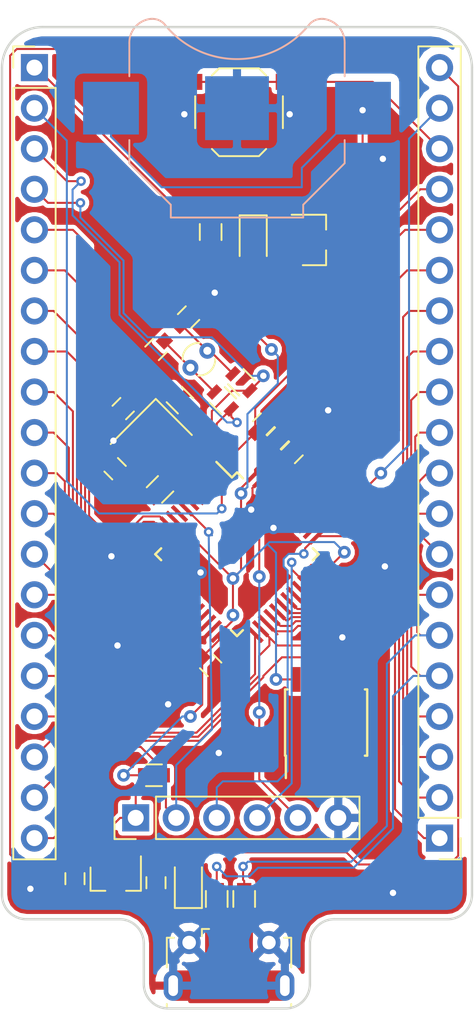
<source format=kicad_pcb>
(kicad_pcb (version 20171130) (host pcbnew "(5.0.0)")
  (layers (0 F.Cu signal) (31 B.Cu signal) (34 B.Paste user) (35 F.Paste user) (36 B.SilkS user) (37 F.SilkS user) (38 B.Mask user) (39 F.Mask user hide) (44 Edge.Cuts user))
  (net 0 "")
  (net 1 GND)
  (net 2 "Net-(BT1-Pad1)")
  (net 3 "Net-(C1-Pad1)")
  (net 4 "Net-(C2-Pad1)")
  (net 5 "Net-(C3-Pad1)")
  (net 6 "Net-(C4-Pad1)")
  (net 7 +BATT)
  (net 8 VBUS)
  (net 9 +3V3)
  (net 10 "Net-(D1-Pad1)")
  (net 11 "Net-(J1-Pad3)")
  (net 12 /OTG_SELECT)
  (net 13 "Net-(J1-Pad2)")
  (net 14 /BOOT0)
  (net 15 /SWDIO)
  (net 16 /SWCLK)
  (net 17 /_RESET)
  (net 18 /PB0)
  (net 19 /PB1)
  (net 20 /PB2)
  (net 21 /PB3)
  (net 22 /PB5)
  (net 23 /PB6)
  (net 24 /PB7)
  (net 25 /PB8)
  (net 26 /PB9)
  (net 27 /PB10)
  (net 28 /PB11)
  (net 29 /PB12)
  (net 30 /PB13)
  (net 31 /PB14)
  (net 32 /PB15)
  (net 33 /PA15)
  (net 34 /USB_D+)
  (net 35 /USB_D-)
  (net 36 /PA10)
  (net 37 /PA9)
  (net 38 /PA8)
  (net 39 /PA7)
  (net 40 /PA6)
  (net 41 /PA5)
  (net 42 /PA4)
  (net 43 /PA3)
  (net 44 /PA2)
  (net 45 /PA1)
  (net 46 /PA0)
  (net 47 /RTC_OSC_OUT)
  (net 48 /RTC_OSC_IN)
  (net 49 /PC13)
  (net 50 /OSC_IN)
  (net 51 /OSC_OUT)
  (net 52 "Net-(U2-Pad8)")
  (net 53 /PB4)
  (module Crystal:Crystal_SMD_SeikoEpson_FA238-4Pin_3.2x2.5mm (layer F.Cu) (at 75.904132 132.514497 225)
    (fp_text reference Y1 hide)
    (fp_text value Crystal_GND24 hide)
    (pad 4 smd rect (at -1.1 -0.8 225) (size 1.4 1.2) (layers F.Cu F.Paste F.Mask) (net 1 GND))
    (pad 3 smd rect (at 1.1 -0.8 225) (size 1.4 1.2) (layers F.Cu F.Paste F.Mask) (net 4 "Net-(C2-Pad1)"))
    (pad 2 smd rect (at 1.1 0.8 225) (size 1.4 1.2) (layers F.Cu F.Paste F.Mask) (net 1 GND))
    (pad 1 smd rect (at -1.1 0.8 225) (size 1.4 1.2) (layers F.Cu F.Paste F.Mask) (net 3 "Net-(C1-Pad1)"))
  )
  (module Housings_QFP:LQFP-48_7x7mm_Pitch0.5mm (layer F.Cu) (at 81.28 139.7 315)
    (fp_text reference U2 hide)
    (fp_text value STM32F072C8Tx hide)
    (pad 48 smd rect (at -2.75 -4.35 45) (size 1.3 0.25) (layers F.Cu F.Paste F.Mask) (net 9 +3V3))
    (pad 47 smd rect (at -2.25 -4.35 45) (size 1.3 0.25) (layers F.Cu F.Paste F.Mask) (net 1 GND))
    (pad 46 smd rect (at -1.749999 -4.35 45) (size 1.3 0.25) (layers F.Cu F.Paste F.Mask) (net 26 /PB9))
    (pad 45 smd rect (at -1.25 -4.35 45) (size 1.3 0.25) (layers F.Cu F.Paste F.Mask) (net 25 /PB8))
    (pad 44 smd rect (at -0.750001 -4.35 45) (size 1.3 0.25) (layers F.Cu F.Paste F.Mask) (net 14 /BOOT0))
    (pad 43 smd rect (at -0.25 -4.35 45) (size 1.3 0.25) (layers F.Cu F.Paste F.Mask) (net 24 /PB7))
    (pad 42 smd rect (at 0.25 -4.35 45) (size 1.3 0.25) (layers F.Cu F.Paste F.Mask) (net 23 /PB6))
    (pad 41 smd rect (at 0.750001 -4.35 45) (size 1.3 0.25) (layers F.Cu F.Paste F.Mask) (net 22 /PB5))
    (pad 40 smd rect (at 1.25 -4.35 45) (size 1.3 0.25) (layers F.Cu F.Paste F.Mask) (net 53 /PB4))
    (pad 39 smd rect (at 1.749999 -4.35 45) (size 1.3 0.25) (layers F.Cu F.Paste F.Mask) (net 21 /PB3))
    (pad 38 smd rect (at 2.25 -4.35 45) (size 1.3 0.25) (layers F.Cu F.Paste F.Mask) (net 33 /PA15))
    (pad 37 smd rect (at 2.75 -4.35 45) (size 1.3 0.25) (layers F.Cu F.Paste F.Mask) (net 16 /SWCLK))
    (pad 36 smd rect (at 4.35 -2.75 315) (size 1.3 0.25) (layers F.Cu F.Paste F.Mask) (net 9 +3V3))
    (pad 35 smd rect (at 4.35 -2.25 315) (size 1.3 0.25) (layers F.Cu F.Paste F.Mask) (net 1 GND))
    (pad 34 smd rect (at 4.35 -1.749999 315) (size 1.3 0.25) (layers F.Cu F.Paste F.Mask) (net 15 /SWDIO))
    (pad 33 smd rect (at 4.35 -1.25 315) (size 1.3 0.25) (layers F.Cu F.Paste F.Mask) (net 34 /USB_D+))
    (pad 32 smd rect (at 4.35 -0.750001 315) (size 1.3 0.25) (layers F.Cu F.Paste F.Mask) (net 35 /USB_D-))
    (pad 31 smd rect (at 4.35 -0.25 315) (size 1.3 0.25) (layers F.Cu F.Paste F.Mask) (net 36 /PA10))
    (pad 30 smd rect (at 4.35 0.25 315) (size 1.3 0.25) (layers F.Cu F.Paste F.Mask) (net 37 /PA9))
    (pad 29 smd rect (at 4.35 0.750001 315) (size 1.3 0.25) (layers F.Cu F.Paste F.Mask) (net 38 /PA8))
    (pad 28 smd rect (at 4.35 1.25 315) (size 1.3 0.25) (layers F.Cu F.Paste F.Mask) (net 32 /PB15))
    (pad 27 smd rect (at 4.35 1.749999 315) (size 1.3 0.25) (layers F.Cu F.Paste F.Mask) (net 31 /PB14))
    (pad 26 smd rect (at 4.35 2.25 315) (size 1.3 0.25) (layers F.Cu F.Paste F.Mask) (net 30 /PB13))
    (pad 25 smd rect (at 4.35 2.75 315) (size 1.3 0.25) (layers F.Cu F.Paste F.Mask) (net 29 /PB12))
    (pad 24 smd rect (at 2.75 4.35 45) (size 1.3 0.25) (layers F.Cu F.Paste F.Mask) (net 9 +3V3))
    (pad 23 smd rect (at 2.25 4.35 45) (size 1.3 0.25) (layers F.Cu F.Paste F.Mask) (net 1 GND))
    (pad 22 smd rect (at 1.749999 4.35 45) (size 1.3 0.25) (layers F.Cu F.Paste F.Mask) (net 28 /PB11))
    (pad 21 smd rect (at 1.25 4.35 45) (size 1.3 0.25) (layers F.Cu F.Paste F.Mask) (net 27 /PB10))
    (pad 20 smd rect (at 0.750001 4.35 45) (size 1.3 0.25) (layers F.Cu F.Paste F.Mask) (net 20 /PB2))
    (pad 19 smd rect (at 0.25 4.35 45) (size 1.3 0.25) (layers F.Cu F.Paste F.Mask) (net 19 /PB1))
    (pad 18 smd rect (at -0.25 4.35 45) (size 1.3 0.25) (layers F.Cu F.Paste F.Mask) (net 18 /PB0))
    (pad 17 smd rect (at -0.750001 4.35 45) (size 1.3 0.25) (layers F.Cu F.Paste F.Mask) (net 39 /PA7))
    (pad 16 smd rect (at -1.25 4.35 45) (size 1.3 0.25) (layers F.Cu F.Paste F.Mask) (net 40 /PA6))
    (pad 15 smd rect (at -1.749999 4.35 45) (size 1.3 0.25) (layers F.Cu F.Paste F.Mask) (net 41 /PA5))
    (pad 14 smd rect (at -2.25 4.35 45) (size 1.3 0.25) (layers F.Cu F.Paste F.Mask) (net 42 /PA4))
    (pad 13 smd rect (at -2.75 4.35 45) (size 1.3 0.25) (layers F.Cu F.Paste F.Mask) (net 43 /PA3))
    (pad 12 smd rect (at -4.35 2.75 315) (size 1.3 0.25) (layers F.Cu F.Paste F.Mask) (net 44 /PA2))
    (pad 11 smd rect (at -4.35 2.25 315) (size 1.3 0.25) (layers F.Cu F.Paste F.Mask) (net 45 /PA1))
    (pad 10 smd rect (at -4.35 1.749999 315) (size 1.3 0.25) (layers F.Cu F.Paste F.Mask) (net 46 /PA0))
    (pad 9 smd rect (at -4.35 1.25 315) (size 1.3 0.25) (layers F.Cu F.Paste F.Mask) (net 9 +3V3))
    (pad 8 smd rect (at -4.35 0.750001 315) (size 1.3 0.25) (layers F.Cu F.Paste F.Mask) (net 52 "Net-(U2-Pad8)"))
    (pad 7 smd rect (at -4.35 0.25 315) (size 1.3 0.25) (layers F.Cu F.Paste F.Mask) (net 17 /_RESET))
    (pad 6 smd rect (at -4.35 -0.25 315) (size 1.3 0.25) (layers F.Cu F.Paste F.Mask) (net 51 /OSC_OUT))
    (pad 5 smd rect (at -4.35 -0.750001 315) (size 1.3 0.25) (layers F.Cu F.Paste F.Mask) (net 50 /OSC_IN))
    (pad 4 smd rect (at -4.35 -1.25 315) (size 1.3 0.25) (layers F.Cu F.Paste F.Mask) (net 47 /RTC_OSC_OUT))
    (pad 3 smd rect (at -4.35 -1.749999 315) (size 1.3 0.25) (layers F.Cu F.Paste F.Mask) (net 48 /RTC_OSC_IN))
    (pad 2 smd rect (at -4.35 -2.25 315) (size 1.3 0.25) (layers F.Cu F.Paste F.Mask) (net 49 /PC13))
    (pad 1 smd rect (at -4.35 -2.75 315) (size 1.3 0.25) (layers F.Cu F.Paste F.Mask) (net 7 +BATT))
  )
  (module Pin_Headers:Pin_Header_Straight_1x20_Pitch2.54mm (layer F.Cu) (at 93.98 157.48 180)
    (fp_text reference J3 hide)
    (fp_text value Conn_01x20_Female hide)
    (pad 1 thru_hole rect (at 0 0 180) (size 1.7 1.7) (drill 1) (layers *.Cu *.Mask) (net 32 /PB15))
    (pad 2 thru_hole oval (at 0 2.54 180) (size 1.7 1.7) (drill 1) (layers *.Cu *.Mask) (net 38 /PA8))
    (pad 3 thru_hole oval (at 0 5.08 180) (size 1.7 1.7) (drill 1) (layers *.Cu *.Mask) (net 37 /PA9))
    (pad 4 thru_hole oval (at 0 7.62 180) (size 1.7 1.7) (drill 1) (layers *.Cu *.Mask) (net 36 /PA10))
    (pad 5 thru_hole oval (at 0 10.16 180) (size 1.7 1.7) (drill 1) (layers *.Cu *.Mask) (net 35 /USB_D-))
    (pad 6 thru_hole oval (at 0 12.7 180) (size 1.7 1.7) (drill 1) (layers *.Cu *.Mask) (net 34 /USB_D+))
    (pad 7 thru_hole oval (at 0 15.24 180) (size 1.7 1.7) (drill 1) (layers *.Cu *.Mask) (net 15 /SWDIO))
    (pad 8 thru_hole oval (at 0 17.78 180) (size 1.7 1.7) (drill 1) (layers *.Cu *.Mask) (net 16 /SWCLK))
    (pad 9 thru_hole oval (at 0 20.32 180) (size 1.7 1.7) (drill 1) (layers *.Cu *.Mask) (net 33 /PA15))
    (pad 10 thru_hole oval (at 0 22.86 180) (size 1.7 1.7) (drill 1) (layers *.Cu *.Mask) (net 21 /PB3))
    (pad 11 thru_hole oval (at 0 25.4 180) (size 1.7 1.7) (drill 1) (layers *.Cu *.Mask) (net 53 /PB4))
    (pad 12 thru_hole oval (at 0 27.94 180) (size 1.7 1.7) (drill 1) (layers *.Cu *.Mask) (net 22 /PB5))
    (pad 13 thru_hole oval (at 0 30.48 180) (size 1.7 1.7) (drill 1) (layers *.Cu *.Mask) (net 23 /PB6))
    (pad 14 thru_hole oval (at 0 33.02 180) (size 1.7 1.7) (drill 1) (layers *.Cu *.Mask) (net 24 /PB7))
    (pad 15 thru_hole oval (at 0 35.56 180) (size 1.7 1.7) (drill 1) (layers *.Cu *.Mask) (net 25 /PB8))
    (pad 16 thru_hole oval (at 0 38.1 180) (size 1.7 1.7) (drill 1) (layers *.Cu *.Mask) (net 26 /PB9))
    (pad 17 thru_hole oval (at 0 40.64 180) (size 1.7 1.7) (drill 1) (layers *.Cu *.Mask) (net 7 +BATT))
    (pad 18 thru_hole oval (at 0 43.18 180) (size 1.7 1.7) (drill 1) (layers *.Cu *.Mask) (net 17 /_RESET))
    (pad 19 thru_hole oval (at 0 45.72 180) (size 1.7 1.7) (drill 1) (layers *.Cu *.Mask) (net 14 /BOOT0))
    (pad 20 thru_hole oval (at 0 48.26 180) (size 1.7 1.7) (drill 1) (layers *.Cu *.Mask) (net 8 VBUS))
  )
  (module Battery:BatteryHolder_Keystone_3000_1x12mm (layer B.Cu) (at 81.28 111.76)
    (fp_text reference BT1 hide)
    (fp_text value Battery_Cell hide)
    (pad 2 smd rect (at 0 0) (size 4 4) (layers B.Cu B.Mask) (net 1 GND))
    (pad 1 smd rect (at 7.9 0) (size 3.5 3.3) (layers B.Cu B.Paste B.Mask) (net 2 "Net-(BT1-Pad1)"))
    (pad 1 smd rect (at -7.9 0) (size 3.5 3.3) (layers B.Cu B.Paste B.Mask) (net 2 "Net-(BT1-Pad1)"))
  )
  (module Capacitors_SMD:C_0603 (layer F.Cu) (at 74.14567 130.57833 225)
    (fp_text reference C1 hide)
    (fp_text value C hide)
    (pad 1 smd rect (at -0.75 0 225) (size 0.8 0.75) (layers F.Cu F.Paste F.Mask) (net 3 "Net-(C1-Pad1)"))
    (pad 2 smd rect (at 0.75 0 225) (size 0.8 0.75) (layers F.Cu F.Paste F.Mask) (net 1 GND))
  )
  (module Capacitors_SMD:C_0603 (layer F.Cu) (at 73.63767 134.34367 135)
    (fp_text reference C2 hide)
    (fp_text value C hide)
    (pad 2 smd rect (at 0.75 0 135) (size 0.8 0.75) (layers F.Cu F.Paste F.Mask) (net 1 GND))
    (pad 1 smd rect (at -0.75 0 135) (size 0.8 0.75) (layers F.Cu F.Paste F.Mask) (net 4 "Net-(C2-Pad1)"))
  )
  (module Capacitors_SMD:C_0603 (layer F.Cu) (at 76.2 126.873 225)
    (fp_text reference C3 hide)
    (fp_text value C hide)
    (pad 2 smd rect (at 0.75 0 225) (size 0.8 0.75) (layers F.Cu F.Paste F.Mask) (net 1 GND))
    (pad 1 smd rect (at -0.75 0 225) (size 0.8 0.75) (layers F.Cu F.Paste F.Mask) (net 5 "Net-(C3-Pad1)"))
  )
  (module Capacitors_SMD:C_0603 (layer F.Cu) (at 78.244 124.841 45)
    (fp_text reference C4 hide)
    (fp_text value C hide)
    (pad 1 smd rect (at -0.75 0 45) (size 0.8 0.75) (layers F.Cu F.Paste F.Mask) (net 6 "Net-(C4-Pad1)"))
    (pad 2 smd rect (at 0.75 0 45) (size 0.8 0.75) (layers F.Cu F.Paste F.Mask) (net 1 GND))
  )
  (module Capacitors_SMD:C_0603 (layer F.Cu) (at 82.95333 131.54967 45)
    (fp_text reference C5 hide)
    (fp_text value C hide)
    (pad 2 smd rect (at 0.75 0 45) (size 0.8 0.75) (layers F.Cu F.Paste F.Mask) (net 1 GND))
    (pad 1 smd rect (at -0.75 0 45) (size 0.8 0.75) (layers F.Cu F.Paste F.Mask) (net 7 +BATT))
  )
  (module Capacitors_SMD:C_0603 (layer F.Cu) (at 83.84233 132.43867 45)
    (fp_text reference C6 hide)
    (fp_text value C hide)
    (pad 1 smd rect (at -0.75 0 45) (size 0.8 0.75) (layers F.Cu F.Paste F.Mask) (net 7 +BATT))
    (pad 2 smd rect (at 0.75 0 45) (size 0.8 0.75) (layers F.Cu F.Paste F.Mask) (net 1 GND))
  )
  (module Capacitors_SMD:C_0603 (layer F.Cu) (at 76.2 160.274 90)
    (fp_text reference C7 hide)
    (fp_text value C hide)
    (pad 1 smd rect (at -0.75 0 90) (size 0.8 0.75) (layers F.Cu F.Paste F.Mask) (net 8 VBUS))
    (pad 2 smd rect (at 0.75 0 90) (size 0.8 0.75) (layers F.Cu F.Paste F.Mask) (net 1 GND))
  )
  (module Capacitors_SMD:C_0603 (layer F.Cu) (at 84.73133 133.32767 45)
    (fp_text reference C8 hide)
    (fp_text value C hide)
    (pad 2 smd rect (at 0.75 0 45) (size 0.8 0.75) (layers F.Cu F.Paste F.Mask) (net 1 GND))
    (pad 1 smd rect (at -0.75 0 45) (size 0.8 0.75) (layers F.Cu F.Paste F.Mask) (net 9 +3V3))
  )
  (module Capacitors_SMD:C_0603 (layer F.Cu) (at 79.629 146.66267 315)
    (fp_text reference C9 hide)
    (fp_text value C hide)
    (pad 1 smd rect (at -0.75 0 315) (size 0.8 0.75) (layers F.Cu F.Paste F.Mask) (net 9 +3V3))
    (pad 2 smd rect (at 0.75 0 315) (size 0.8 0.75) (layers F.Cu F.Paste F.Mask) (net 1 GND))
  )
  (module Capacitors_SMD:C_0603 (layer F.Cu) (at 71.12 160.02 270)
    (fp_text reference C10 hide)
    (fp_text value C hide)
    (pad 2 smd rect (at 0.75 0 270) (size 0.8 0.75) (layers F.Cu F.Paste F.Mask) (net 1 GND))
    (pad 1 smd rect (at -0.75 0 270) (size 0.8 0.75) (layers F.Cu F.Paste F.Mask) (net 9 +3V3))
  )
  (module Diodes_SMD:D_SOD-323F (layer F.Cu) (at 78.232 160.358 90)
    (fp_text reference D1 hide)
    (fp_text value DIODE hide)
    (pad 1 smd rect (at -1.1 0 90) (size 0.5 0.5) (layers F.Cu F.Paste F.Mask) (net 10 "Net-(D1-Pad1)"))
    (pad 2 smd rect (at 1.1 0 90) (size 0.5 0.5) (layers F.Cu F.Paste F.Mask) (net 8 VBUS))
  )
  (module Diodes_SMD:D_SOD-323F (layer F.Cu) (at 82.296 119.971999 270)
    (fp_text reference D2 hide)
    (fp_text value DIODE hide)
    (pad 2 smd rect (at 1.099999 0 270) (size 0.5 0.5) (layers F.Cu F.Paste F.Mask) (net 7 +BATT))
    (pad 1 smd rect (at -1.099999 0 270) (size 0.5 0.5) (layers F.Cu F.Paste F.Mask) (net 9 +3V3))
  )
  (module Connectors_USB:USB_Micro-B_Molex-105017-0001 (layer F.Cu) (at 80.78 166.37)
    (fp_text reference J1 hide)
    (fp_text value USB_OTG hide)
    (pad 6 smd rect (at -2.9 0.35) (size 1.2 1.9) (layers F.Cu F.Mask) (net 1 GND))
    (pad 6 smd rect (at 2.9 0.35) (size 1.2 1.9) (layers F.Cu F.Mask) (net 1 GND))
    (pad 6 thru_hole oval (at 3.5 0.35) (size 1.2 1.9) (drill oval 0.6 1.3) (layers *.Cu *.Mask) (net 1 GND))
    (pad 6 thru_hole oval (at -3.5 0.35 180) (size 1.2 1.9) (drill oval 0.6 1.3) (layers *.Cu *.Mask) (net 1 GND))
    (pad 6 smd rect (at -1 0.35) (size 1.5 1.9) (layers F.Cu F.Paste F.Mask) (net 1 GND))
    (pad 6 thru_hole circle (at 2.5 -2.35) (size 1.45 1.45) (drill 0.85) (layers *.Cu *.Mask) (net 1 GND))
    (pad 3 smd rect (at 0 -2.35) (size 0.4 1.35) (layers F.Cu F.Paste F.Mask) (net 11 "Net-(J1-Pad3)"))
    (pad 4 smd rect (at 0.65 -2.35) (size 0.4 1.35) (layers F.Cu F.Paste F.Mask) (net 12 /OTG_SELECT))
    (pad 5 smd rect (at 1.3 -2.35) (size 0.4 1.35) (layers F.Cu F.Paste F.Mask) (net 1 GND))
    (pad 1 smd rect (at -1.3 -2.35) (size 0.4 1.35) (layers F.Cu F.Paste F.Mask) (net 10 "Net-(D1-Pad1)"))
    (pad 2 smd rect (at -0.65 -2.35) (size 0.4 1.35) (layers F.Cu F.Paste F.Mask) (net 13 "Net-(J1-Pad2)"))
    (pad 6 thru_hole circle (at -2.5 -2.35) (size 1.45 1.45) (drill 0.85) (layers *.Cu *.Mask) (net 1 GND))
    (pad 6 smd rect (at 1 0.35) (size 1.5 1.9) (layers F.Cu F.Paste F.Mask) (net 1 GND))
  )
  (module Pin_Headers:Pin_Header_Straight_1x20_Pitch2.54mm (layer F.Cu) (at 68.58 109.22)
    (fp_text reference J4 hide)
    (fp_text value Conn_01x20_Female hide)
    (pad 20 thru_hole oval (at 0 48.26) (size 1.7 1.7) (drill 1) (layers *.Cu *.Mask) (net 31 /PB14))
    (pad 19 thru_hole oval (at 0 45.72) (size 1.7 1.7) (drill 1) (layers *.Cu *.Mask) (net 30 /PB13))
    (pad 18 thru_hole oval (at 0 43.18) (size 1.7 1.7) (drill 1) (layers *.Cu *.Mask) (net 29 /PB12))
    (pad 17 thru_hole oval (at 0 40.64) (size 1.7 1.7) (drill 1) (layers *.Cu *.Mask) (net 28 /PB11))
    (pad 16 thru_hole oval (at 0 38.1) (size 1.7 1.7) (drill 1) (layers *.Cu *.Mask) (net 27 /PB10))
    (pad 15 thru_hole oval (at 0 35.56) (size 1.7 1.7) (drill 1) (layers *.Cu *.Mask) (net 20 /PB2))
    (pad 14 thru_hole oval (at 0 33.02) (size 1.7 1.7) (drill 1) (layers *.Cu *.Mask) (net 19 /PB1))
    (pad 13 thru_hole oval (at 0 30.48) (size 1.7 1.7) (drill 1) (layers *.Cu *.Mask) (net 18 /PB0))
    (pad 12 thru_hole oval (at 0 27.94) (size 1.7 1.7) (drill 1) (layers *.Cu *.Mask) (net 39 /PA7))
    (pad 11 thru_hole oval (at 0 25.4) (size 1.7 1.7) (drill 1) (layers *.Cu *.Mask) (net 40 /PA6))
    (pad 10 thru_hole oval (at 0 22.86) (size 1.7 1.7) (drill 1) (layers *.Cu *.Mask) (net 41 /PA5))
    (pad 9 thru_hole oval (at 0 20.32) (size 1.7 1.7) (drill 1) (layers *.Cu *.Mask) (net 42 /PA4))
    (pad 8 thru_hole oval (at 0 17.78) (size 1.7 1.7) (drill 1) (layers *.Cu *.Mask) (net 43 /PA3))
    (pad 7 thru_hole oval (at 0 15.24) (size 1.7 1.7) (drill 1) (layers *.Cu *.Mask) (net 44 /PA2))
    (pad 6 thru_hole oval (at 0 12.7) (size 1.7 1.7) (drill 1) (layers *.Cu *.Mask) (net 45 /PA1))
    (pad 5 thru_hole oval (at 0 10.16) (size 1.7 1.7) (drill 1) (layers *.Cu *.Mask) (net 46 /PA0))
    (pad 4 thru_hole oval (at 0 7.62) (size 1.7 1.7) (drill 1) (layers *.Cu *.Mask) (net 47 /RTC_OSC_OUT))
    (pad 3 thru_hole oval (at 0 5.08) (size 1.7 1.7) (drill 1) (layers *.Cu *.Mask) (net 48 /RTC_OSC_IN))
    (pad 2 thru_hole oval (at 0 2.54) (size 1.7 1.7) (drill 1) (layers *.Cu *.Mask) (net 49 /PC13))
    (pad 1 thru_hole rect (at 0 0) (size 1.7 1.7) (drill 1) (layers *.Cu *.Mask) (net 9 +3V3))
  )
  (module TO_SOT_Packages_SMD:SOT-23 (layer F.Cu) (at 86.106 120.015)
    (fp_text reference Q1 hide)
    (fp_text value Q_PMOS_GDS hide)
    (pad 1 smd rect (at -1 -0.95) (size 0.9 0.8) (layers F.Cu F.Paste F.Mask) (net 9 +3V3))
    (pad 2 smd rect (at -1 0.95) (size 0.9 0.8) (layers F.Cu F.Paste F.Mask) (net 7 +BATT))
    (pad 3 smd rect (at 1 0) (size 0.9 0.8) (layers F.Cu F.Paste F.Mask) (net 2 "Net-(BT1-Pad1)"))
  )
  (module Resistors_SMD:R_0603 (layer F.Cu) (at 77.70167 130.048 135)
    (fp_text reference R1 hide)
    (fp_text value R hide)
    (pad 2 smd rect (at 0.75 0 135) (size 0.5 0.9) (layers F.Cu F.Paste F.Mask) (net 3 "Net-(C1-Pad1)"))
    (pad 1 smd rect (at -0.75 0 135) (size 0.5 0.9) (layers F.Cu F.Paste F.Mask) (net 50 /OSC_IN))
  )
  (module Resistors_SMD:R_0603 (layer F.Cu) (at 76.454 135.636 225)
    (fp_text reference R2 hide)
    (fp_text value R hide)
    (pad 1 smd rect (at -0.75 0 225) (size 0.5 0.9) (layers F.Cu F.Paste F.Mask) (net 51 /OSC_OUT))
    (pad 2 smd rect (at 0.75 0 225) (size 0.5 0.9) (layers F.Cu F.Paste F.Mask) (net 4 "Net-(C2-Pad1)"))
  )
  (module Resistors_SMD:R_0603 (layer F.Cu) (at 81.73 161.29 270)
    (fp_text reference R3 hide)
    (fp_text value R hide)
    (pad 1 smd rect (at -0.75 0 270) (size 0.5 0.9) (layers F.Cu F.Paste F.Mask) (net 34 /USB_D+))
    (pad 2 smd rect (at 0.75 0 270) (size 0.5 0.9) (layers F.Cu F.Paste F.Mask) (net 11 "Net-(J1-Pad3)"))
  )
  (module Resistors_SMD:R_0603 (layer F.Cu) (at 80.01 161.29 270)
    (fp_text reference R4 hide)
    (fp_text value R hide)
    (pad 2 smd rect (at 0.75 0 270) (size 0.5 0.9) (layers F.Cu F.Paste F.Mask) (net 13 "Net-(J1-Pad2)"))
    (pad 1 smd rect (at -0.75 0 270) (size 0.5 0.9) (layers F.Cu F.Paste F.Mask) (net 35 /USB_D-))
  )
  (module Resistors_SMD:R_0603 (layer F.Cu) (at 80.391 130.07033 135)
    (fp_text reference R5 hide)
    (fp_text value R hide)
    (pad 1 smd rect (at -0.75 0 135) (size 0.5 0.9) (layers F.Cu F.Paste F.Mask) (net 48 /RTC_OSC_IN))
    (pad 2 smd rect (at 0.75 0 135) (size 0.5 0.9) (layers F.Cu F.Paste F.Mask) (net 5 "Net-(C3-Pad1)"))
  )
  (module Resistors_SMD:R_0603 (layer F.Cu) (at 81.55633 128.92733 135)
    (fp_text reference R6 hide)
    (fp_text value R hide)
    (pad 2 smd rect (at 0.75 0 135) (size 0.5 0.9) (layers F.Cu F.Paste F.Mask) (net 6 "Net-(C4-Pad1)"))
    (pad 1 smd rect (at -0.75 0 135) (size 0.5 0.9) (layers F.Cu F.Paste F.Mask) (net 47 /RTC_OSC_OUT))
  )
  (module Resistors_SMD:R_0603 (layer F.Cu) (at 76.073 153.543)
    (fp_text reference R7 hide)
    (fp_text value R hide)
    (pad 2 smd rect (at 0.75 0) (size 0.5 0.9) (layers F.Cu F.Paste F.Mask) (net 17 /_RESET))
    (pad 1 smd rect (at -0.75 0) (size 0.5 0.9) (layers F.Cu F.Paste F.Mask) (net 9 +3V3))
  )
  (module Resistors_SMD:R_0603 (layer F.Cu) (at 79.629 119.519 270)
    (fp_text reference R8 hide)
    (fp_text value R hide)
    (pad 1 smd rect (at -0.75 0 270) (size 0.5 0.9) (layers F.Cu F.Paste F.Mask) (net 9 +3V3))
    (pad 2 smd rect (at 0.75 0 270) (size 0.5 0.9) (layers F.Cu F.Paste F.Mask) (net 1 GND))
  )
  (module Housings_SOIC:SOIC-8_3.9x4.9mm_Pitch1.27mm (layer F.Cu) (at 86.868 150.241 90)
    (fp_text reference U1 hide)
    (fp_text value CAT24C256 hide)
    (pad 8 smd rect (at 2.7 -1.905 90) (size 1.55 0.6) (layers F.Cu F.Paste F.Mask) (net 9 +3V3))
    (pad 7 smd rect (at 2.7 -0.635 90) (size 1.55 0.6) (layers F.Cu F.Paste F.Mask) (net 1 GND))
    (pad 6 smd rect (at 2.7 0.635 90) (size 1.55 0.6) (layers F.Cu F.Paste F.Mask) (net 31 /PB14))
    (pad 5 smd rect (at 2.7 1.905 90) (size 1.55 0.6) (layers F.Cu F.Paste F.Mask) (net 30 /PB13))
    (pad 4 smd rect (at -2.7 1.905 90) (size 1.55 0.6) (layers F.Cu F.Paste F.Mask) (net 1 GND))
    (pad 3 smd rect (at -2.7 0.635 90) (size 1.55 0.6) (layers F.Cu F.Paste F.Mask) (net 1 GND))
    (pad 2 smd rect (at -2.7 -0.635 90) (size 1.55 0.6) (layers F.Cu F.Paste F.Mask) (net 1 GND))
    (pad 1 smd rect (at -2.7 -1.905 90) (size 1.55 0.6) (layers F.Cu F.Paste F.Mask) (net 1 GND))
  )
  (module TO_SOT_Packages_SMD:SOT-23 (layer F.Cu) (at 73.676 160.02 270)
    (fp_text reference U3 hide)
    (fp_text value AP7333-33SRG-7 hide)
    (pad 3 smd rect (at 1 0 270) (size 0.9 0.8) (layers F.Cu F.Paste F.Mask) (net 8 VBUS))
    (pad 2 smd rect (at -1 0.95 270) (size 0.9 0.8) (layers F.Cu F.Paste F.Mask) (net 9 +3V3))
    (pad 1 smd rect (at -1 -0.95 270) (size 0.9 0.8) (layers F.Cu F.Paste F.Mask) (net 1 GND))
  )
  (module Crystals:Crystal_Round_d1.0mm_Vertical (layer F.Cu) (at 78.359 128.016 45)
    (fp_text reference Y2 hide)
    (fp_text value "Crystal 32.76 Khz" hide)
    (pad 2 thru_hole circle (at 1.5 0 45) (size 1 1) (drill 0.5) (layers *.Cu *.Mask) (net 6 "Net-(C4-Pad1)"))
    (pad 1 thru_hole circle (at 0 0 45) (size 1 1) (drill 0.5) (layers *.Cu *.Mask) (net 5 "Net-(C3-Pad1)"))
  )
  (module Button_Switch_SMD:SW_SPST_TL3342 (layer F.Cu) (at 81.407 112.014 180)
    (fp_text reference SW1 hide)
    (fp_text value SW_Push hide)
    (pad 1 smd rect (at -3.15 -1.9 180) (size 1.7 1) (layers F.Cu F.Paste F.Mask) (net 1 GND))
    (pad 1 smd rect (at 3.15 -1.9 180) (size 1.7 1) (layers F.Cu F.Paste F.Mask) (net 1 GND))
    (pad 2 smd rect (at -3.15 1.9 180) (size 1.7 1) (layers F.Cu F.Paste F.Mask) (net 17 /_RESET))
    (pad 2 smd rect (at 3.15 1.9 180) (size 1.7 1) (layers F.Cu F.Paste F.Mask) (net 17 /_RESET))
  )
  (module Connector_PinHeader_2.54mm:PinHeader_1x06_P2.54mm_Vertical (layer F.Cu) (at 74.93 156.21 90)
    (fp_text reference J2 hide)
    (fp_text value Conn_01x06_Female hide)
    (pad 1 thru_hole rect (at 0 0 90) (size 1.7 1.7) (drill 1) (layers *.Cu *.Mask) (net 9 +3V3))
    (pad 2 thru_hole oval (at 0 2.54 90) (size 1.7 1.7) (drill 1) (layers *.Cu *.Mask) (net 17 /_RESET))
    (pad 3 thru_hole oval (at 0 5.08 90) (size 1.7 1.7) (drill 1) (layers *.Cu *.Mask) (net 16 /SWCLK))
    (pad 4 thru_hole oval (at 0 7.62 90) (size 1.7 1.7) (drill 1) (layers *.Cu *.Mask) (net 15 /SWDIO))
    (pad 5 thru_hole oval (at 0 10.16 90) (size 1.7 1.7) (drill 1) (layers *.Cu *.Mask) (net 14 /BOOT0))
    (pad 6 thru_hole oval (at 0 12.7 90) (size 1.7 1.7) (drill 1) (layers *.Cu *.Mask) (net 1 GND))
  )
  (gr_line (start 94.488 162.56) (end 87.376 162.56) (layer Edge.Cuts) (width 0.15))
  (gr_arc (start 94.488 161.036) (end 94.488 162.56) (angle -90) (layer Edge.Cuts) (width 0.15))
  (gr_arc (start 93.472 109.22) (end 96.012 109.22) (angle -90) (layer Edge.Cuts) (width 0.15))
  (gr_line (start 66.548 151.13) (end 66.548 109.22) (layer Edge.Cuts) (width 0.15))
  (gr_line (start 66.548 161.036) (end 66.548 151.13) (layer Edge.Cuts) (width 0.15))
  (gr_line (start 68.58 162.56) (end 68.072 162.56) (layer Edge.Cuts) (width 0.15))
  (gr_line (start 76.962 168.148) (end 84.328 168.148) (layer Edge.Cuts) (width 0.15))
  (gr_arc (start 68.072 161.036) (end 66.548 161.036) (angle -90) (layer Edge.Cuts) (width 0.15))
  (gr_line (start 73.914 162.56) (end 68.58 162.56) (layer Edge.Cuts) (width 0.15))
  (gr_line (start 75.438 164.084) (end 75.438 166.624) (layer Edge.Cuts) (width 0.15))
  (gr_arc (start 73.914 164.084) (end 75.438 164.084) (angle -90) (layer Edge.Cuts) (width 0.15))
  (gr_arc (start 76.962 166.624) (end 75.438 166.624) (angle -90) (layer Edge.Cuts) (width 0.15))
  (gr_arc (start 87.376 164.084) (end 87.376 162.56) (angle -90) (layer Edge.Cuts) (width 0.15))
  (gr_line (start 85.852 166.624) (end 85.852 164.084) (layer Edge.Cuts) (width 0.15))
  (gr_arc (start 84.328 166.624) (end 84.328 168.148) (angle -90) (layer Edge.Cuts) (width 0.15))
  (gr_arc (start 69.088 109.22) (end 69.088 106.68) (angle -90) (layer Edge.Cuts) (width 0.15))
  (gr_line (start 96.012 159.258) (end 96.012 161.036) (layer Edge.Cuts) (width 0.15))
  (gr_line (start 96.012 109.22) (end 96.012 159.258) (layer Edge.Cuts) (width 0.15))
  (gr_line (start 69.088 106.68) (end 93.472 106.68) (layer Edge.Cuts) (width 0.15))
  (via (at 76.962 149.098) (size 0.8) (drill 0.4) (layers F.Cu B.Cu) (net 1))
  (via (at 80.137 152.146) (size 0.8) (drill 0.4) (layers F.Cu B.Cu) (net 1))
  (via (at 73.787 145.415) (size 0.8) (drill 0.4) (layers F.Cu B.Cu) (net 1))
  (via (at 78.994 140.843) (size 0.8) (drill 0.4) (layers F.Cu B.Cu) (net 1))
  (via (at 90.551 140.462) (size 0.8) (drill 0.4) (layers F.Cu B.Cu) (net 1))
  (via (at 87.884 144.907) (size 0.8) (drill 0.4) (layers F.Cu B.Cu) (net 1))
  (via (at 91.059 160.909) (size 0.8) (drill 0.4) (layers F.Cu B.Cu) (net 1))
  (via (at 68.326 160.655) (size 0.8) (drill 0.4) (layers F.Cu B.Cu) (net 1))
  (segment (start 90.151001 140.861999) (end 90.551 140.462) (width 0.127) (layer F.Cu) (net 1))
  (segment (start 89.15401 141.85899) (end 90.151001 140.861999) (width 0.127) (layer F.Cu) (net 1))
  (segment (start 86.620971 141.85899) (end 89.15401 141.85899) (width 0.127) (layer F.Cu) (net 1))
  (segment (start 85.946905 141.184924) (end 86.620971 141.85899) (width 0.127) (layer F.Cu) (net 1))
  (via (at 73.406 139.827) (size 0.8) (drill 0.4) (layers F.Cu B.Cu) (net 1))
  (via (at 73.533 132.588) (size 0.8) (drill 0.4) (layers F.Cu B.Cu) (net 1))
  (via (at 86.995 130.683) (size 0.8) (drill 0.4) (layers F.Cu B.Cu) (net 1))
  (via (at 79.883 123.317) (size 0.8) (drill 0.4) (layers F.Cu B.Cu) (net 1))
  (via (at 83.566 138.049) (size 0.8) (drill 0.4) (layers F.Cu B.Cu) (net 1))
  (via (at 82.169 136.906) (size 0.8) (drill 0.4) (layers F.Cu B.Cu) (net 1))
  (via (at 77.978 112.141) (size 0.8) (drill 0.4) (layers F.Cu B.Cu) (net 1))
  (via (at 84.582 112.141) (size 0.8) (drill 0.4) (layers F.Cu B.Cu) (net 1))
  (via (at 90.424 114.935) (size 0.8) (drill 0.4) (layers F.Cu B.Cu) (net 1))
  (segment (start 82.764924 135.033095) (end 82.234595 135.563424) (width 0.127) (layer F.Cu) (net 1))
  (segment (start 82.25296 135.581789) (end 82.25296 136.10096) (width 0.127) (layer F.Cu) (net 1))
  (segment (start 82.234595 135.563424) (end 82.25296 135.581789) (width 0.127) (layer F.Cu) (net 1))
  (segment (start 82.25296 136.10096) (end 82.296 136.144) (width 0.127) (layer F.Cu) (net 1))
  (segment (start 82.296 136.144) (end 82.296 136.271) (width 0.127) (layer F.Cu) (net 1))
  (segment (start 82.169 136.340315) (end 82.169 136.906) (width 0.127) (layer F.Cu) (net 1))
  (segment (start 82.238315 136.271) (end 82.169 136.340315) (width 0.127) (layer F.Cu) (net 1))
  (segment (start 82.296 136.271) (end 82.238315 136.271) (width 0.127) (layer F.Cu) (net 1))
  (segment (start 87.106 119.488) (end 89.154 117.44) (width 0.127) (layer F.Cu) (net 2))
  (segment (start 87.106 120.015) (end 87.106 119.488) (width 0.127) (layer F.Cu) (net 2))
  (segment (start 89.154 117.44) (end 89.154 111.887) (width 0.127) (layer F.Cu) (net 2))
  (segment (start 89.154 111.887) (end 89.154 111.887) (width 0.127) (layer F.Cu) (net 2))
  (via (at 89.154 111.887) (size 0.8) (drill 0.4) (layers F.Cu B.Cu) (net 2))
  (segment (start 89.08 111.76) (end 89.18 111.76) (width 0.127) (layer B.Cu) (net 2))
  (segment (start 85.344 115.496) (end 89.08 111.76) (width 0.127) (layer B.Cu) (net 2))
  (segment (start 85.344 116.713) (end 85.344 115.496) (width 0.127) (layer B.Cu) (net 2))
  (segment (start 76.556 116.713) (end 85.344 116.713) (width 0.127) (layer B.Cu) (net 2))
  (segment (start 73.38 113.537) (end 76.556 116.713) (width 0.127) (layer B.Cu) (net 2))
  (segment (start 73.38 111.76) (end 73.38 113.537) (width 0.127) (layer B.Cu) (net 2))
  (segment (start 76.116264 131.170994) (end 76.116264 130.512736) (width 0.127) (layer F.Cu) (net 3))
  (segment (start 76.116264 130.512736) (end 76.327 130.302) (width 0.127) (layer F.Cu) (net 3))
  (segment (start 76.38701 130.302) (end 77.17134 129.51767) (width 0.127) (layer F.Cu) (net 3))
  (segment (start 76.327 130.302) (end 76.38701 130.302) (width 0.127) (layer F.Cu) (net 3))
  (segment (start 74.99327 130.048) (end 74.676 130.048) (width 0.127) (layer F.Cu) (net 3))
  (segment (start 76.116264 131.170994) (end 74.99327 130.048) (width 0.127) (layer F.Cu) (net 3))
  (segment (start 75.184 133.858) (end 75.692 133.858) (width 0.127) (layer F.Cu) (net 4))
  (segment (start 74.168 134.874) (end 75.184 133.858) (width 0.127) (layer F.Cu) (net 4))
  (segment (start 75.92367 134.08967) (end 75.692 133.858) (width 0.127) (layer F.Cu) (net 4))
  (segment (start 75.92367 136.16633) (end 75.92367 134.08967) (width 0.127) (layer F.Cu) (net 4))
  (segment (start 78.359 128.03833) (end 78.359 128.016) (width 0.127) (layer F.Cu) (net 5))
  (segment (start 79.86067 129.54) (end 78.359 128.03833) (width 0.127) (layer F.Cu) (net 5))
  (segment (start 76.73033 126.38733) (end 76.73033 126.34267) (width 0.127) (layer F.Cu) (net 5))
  (segment (start 78.359 128.016) (end 76.73033 126.38733) (width 0.127) (layer F.Cu) (net 5))
  (segment (start 79.58434 126.95534) (end 79.41966 126.95534) (width 0.127) (layer F.Cu) (net 6))
  (segment (start 81.026 128.397) (end 79.58434 126.95534) (width 0.127) (layer F.Cu) (net 6))
  (segment (start 77.83565 125.37133) (end 77.71367 125.37133) (width 0.127) (layer F.Cu) (net 6))
  (segment (start 79.41966 126.95534) (end 77.83565 125.37133) (width 0.127) (layer F.Cu) (net 6))
  (segment (start 80.148629 134.354371) (end 82.423 132.08) (width 0.127) (layer F.Cu) (net 7))
  (segment (start 80.148629 134.679542) (end 80.148629 134.354371) (width 0.127) (layer F.Cu) (net 7))
  (segment (start 82.423 132.08) (end 83.312 132.969) (width 0.127) (layer F.Cu) (net 7))
  (segment (start 85.106 127.873) (end 85.106 120.965) (width 0.127) (layer F.Cu) (net 7))
  (segment (start 82.423 132.08) (end 82.423 130.556) (width 0.127) (layer F.Cu) (net 7))
  (segment (start 82.423 130.556) (end 85.106 127.873) (width 0.127) (layer F.Cu) (net 7))
  (segment (start 85.106 120.965) (end 88.712 120.965) (width 0.127) (layer F.Cu) (net 7))
  (segment (start 92.777919 116.84) (end 93.98 116.84) (width 0.127) (layer F.Cu) (net 7))
  (segment (start 88.712 120.905919) (end 92.777919 116.84) (width 0.127) (layer F.Cu) (net 7))
  (segment (start 88.712 120.965) (end 88.712 120.905919) (width 0.127) (layer F.Cu) (net 7))
  (segment (start 82.402998 120.965) (end 82.296 121.071998) (width 0.127) (layer F.Cu) (net 7))
  (segment (start 85.106 120.965) (end 82.402998 120.965) (width 0.127) (layer F.Cu) (net 7))
  (segment (start 76.702 161.024) (end 76.2 161.024) (width 0.127) (layer F.Cu) (net 8))
  (segment (start 76.843 161.024) (end 76.702 161.024) (width 0.127) (layer F.Cu) (net 8))
  (segment (start 78.232 159.635) (end 76.843 161.024) (width 0.127) (layer F.Cu) (net 8))
  (segment (start 78.232 159.258) (end 78.232 159.635) (width 0.127) (layer F.Cu) (net 8))
  (segment (start 73.68 161.024) (end 73.676 161.02) (width 0.127) (layer F.Cu) (net 8))
  (segment (start 76.2 161.024) (end 73.68 161.024) (width 0.127) (layer F.Cu) (net 8))
  (segment (start 78.609 159.258) (end 78.232 159.258) (width 0.127) (layer F.Cu) (net 8))
  (segment (start 79.498 158.369) (end 78.609 159.258) (width 0.127) (layer F.Cu) (net 8))
  (segment (start 93.98 109.22) (end 95.147501 110.387501) (width 0.127) (layer F.Cu) (net 8))
  (segment (start 95.147501 110.387501) (end 95.147501 158.584001) (width 0.127) (layer F.Cu) (net 8))
  (segment (start 95.147501 158.584001) (end 94.600502 159.131) (width 0.127) (layer F.Cu) (net 8))
  (segment (start 94.600502 159.131) (end 88.9 159.131) (width 0.127) (layer F.Cu) (net 8))
  (segment (start 88.9 159.131) (end 88.138 158.369) (width 0.127) (layer F.Cu) (net 8))
  (segment (start 88.138 158.369) (end 79.498 158.369) (width 0.127) (layer F.Cu) (net 8))
  (via (at 81.534 135.89) (size 0.8) (drill 0.4) (layers F.Cu B.Cu) (net 9))
  (segment (start 83.57067 133.858) (end 84.201 133.858) (width 0.127) (layer F.Cu) (net 9))
  (segment (start 82.956136 133.858) (end 83.57067 133.858) (width 0.127) (layer F.Cu) (net 9))
  (segment (start 82.411371 134.402765) (end 82.956136 133.858) (width 0.127) (layer F.Cu) (net 9))
  (segment (start 82.411371 134.679542) (end 82.411371 134.402765) (width 0.127) (layer F.Cu) (net 9))
  (segment (start 72.476 159.27) (end 72.726 159.02) (width 0.127) (layer F.Cu) (net 9))
  (segment (start 71.12 159.27) (end 72.476 159.27) (width 0.127) (layer F.Cu) (net 9))
  (segment (start 73.953 156.21) (end 74.93 156.21) (width 0.127) (layer F.Cu) (net 9))
  (segment (start 72.726 157.437) (end 73.953 156.21) (width 0.127) (layer F.Cu) (net 9))
  (segment (start 72.726 159.02) (end 72.726 157.437) (width 0.127) (layer F.Cu) (net 9))
  (segment (start 74.93 156.21) (end 74.93 154.813) (width 0.127) (layer F.Cu) (net 9))
  (segment (start 75.323 154.42) (end 75.323 153.543) (width 0.127) (layer F.Cu) (net 9))
  (segment (start 74.93 154.813) (end 75.323 154.42) (width 0.127) (layer F.Cu) (net 9))
  (segment (start 80.148629 145.082381) (end 80.148629 144.720458) (width 0.127) (layer F.Cu) (net 9))
  (segment (start 79.09867 146.13234) (end 80.148629 145.082381) (width 0.127) (layer F.Cu) (net 9))
  (segment (start 84.963 147.541) (end 83.726 147.541) (width 0.127) (layer F.Cu) (net 9))
  (segment (start 81.026 143.51) (end 81.026 143.51) (width 0.127) (layer F.Cu) (net 9))
  (segment (start 83.726 147.541) (end 83.726 147.541) (width 0.127) (layer F.Cu) (net 9))
  (via (at 83.726 147.541) (size 0.8) (drill 0.4) (layers F.Cu B.Cu) (net 9))
  (segment (start 81.026 143.843087) (end 80.148629 144.720458) (width 0.127) (layer F.Cu) (net 9))
  (segment (start 81.026 143.51) (end 81.026 143.843087) (width 0.127) (layer F.Cu) (net 9))
  (segment (start 81.026 143.51) (end 81.026 143.843087) (width 0.127) (layer F.Cu) (net 9))
  (via (at 81.026 143.51) (size 0.8) (drill 0.4) (layers F.Cu B.Cu) (net 9))
  (segment (start 81.534 135.556913) (end 82.411371 134.679542) (width 0.127) (layer F.Cu) (net 9))
  (segment (start 81.534 135.89) (end 81.534 135.556913) (width 0.127) (layer F.Cu) (net 9))
  (segment (start 81.026 141.213767) (end 81.026 141.213767) (width 0.127) (layer F.Cu) (net 9))
  (segment (start 81.026 143.51) (end 81.026 141.213767) (width 0.127) (layer F.Cu) (net 9))
  (segment (start 81.534 140.705767) (end 81.026 141.213767) (width 0.127) (layer F.Cu) (net 9))
  (segment (start 81.534 135.89) (end 81.534 140.705767) (width 0.127) (layer F.Cu) (net 9))
  (segment (start 86.459556 140.672273) (end 86.911727 140.672273) (width 0.127) (layer F.Cu) (net 9))
  (segment (start 86.300458 140.831371) (end 86.459556 140.672273) (width 0.127) (layer F.Cu) (net 9))
  (segment (start 86.911727 140.672273) (end 88.011 139.573) (width 0.127) (layer F.Cu) (net 9))
  (segment (start 88.011 139.573) (end 88.011 139.573) (width 0.127) (layer F.Cu) (net 9))
  (via (at 88.011 139.573) (size 0.8) (drill 0.4) (layers F.Cu B.Cu) (net 9))
  (segment (start 87.376 138.938) (end 83.312 138.938) (width 0.127) (layer B.Cu) (net 9))
  (segment (start 88.011 139.573) (end 87.376 138.938) (width 0.127) (layer B.Cu) (net 9))
  (segment (start 81.026 141.213767) (end 77.320202 137.507969) (width 0.127) (layer F.Cu) (net 9))
  (via (at 81.026 141.213767) (size 0.8) (drill 0.4) (layers F.Cu B.Cu) (net 9))
  (segment (start 82.489 119.065) (end 82.296 118.872) (width 0.127) (layer F.Cu) (net 9))
  (segment (start 85.106 119.065) (end 82.489 119.065) (width 0.127) (layer F.Cu) (net 9))
  (segment (start 68.58 109.22) (end 68.707 109.22) (width 0.127) (layer F.Cu) (net 9))
  (segment (start 78.462 118.769) (end 79.629 118.769) (width 0.127) (layer F.Cu) (net 9))
  (segment (start 78.359 118.872) (end 78.462 118.769) (width 0.127) (layer F.Cu) (net 9))
  (segment (start 82.193 118.769) (end 82.296 118.872) (width 0.127) (layer F.Cu) (net 9))
  (segment (start 79.629 118.769) (end 82.193 118.769) (width 0.127) (layer F.Cu) (net 9))
  (segment (start 78.359 118.872) (end 82.296 118.872) (width 0.127) (layer F.Cu) (net 9))
  (segment (start 77.978 118.491) (end 78.359 118.872) (width 0.127) (layer F.Cu) (net 9))
  (segment (start 68.707 109.22) (end 77.978 118.491) (width 0.127) (layer F.Cu) (net 9))
  (segment (start 79.09867 146.13234) (end 79.09867 149.12033) (width 0.127) (layer F.Cu) (net 9))
  (segment (start 79.09867 149.12033) (end 78.359 149.86) (width 0.127) (layer F.Cu) (net 9))
  (segment (start 75.323 153.543) (end 74.168 153.543) (width 0.127) (layer F.Cu) (net 9))
  (segment (start 74.168 153.543) (end 74.168 153.543) (width 0.127) (layer F.Cu) (net 9))
  (via (at 74.168 153.543) (size 0.8) (drill 0.4) (layers F.Cu B.Cu) (net 9))
  (segment (start 78.359 149.86) (end 78.359 149.86) (width 0.127) (layer F.Cu) (net 9))
  (via (at 78.359 149.86) (size 0.8) (drill 0.4) (layers F.Cu B.Cu) (net 9))
  (segment (start 77.851 149.86) (end 78.359 149.86) (width 0.127) (layer B.Cu) (net 9))
  (segment (start 74.168 153.543) (end 77.851 149.86) (width 0.127) (layer B.Cu) (net 9))
  (segment (start 81.728499 119.816501) (end 81.728499 125.162499) (width 0.127) (layer F.Cu) (net 9))
  (segment (start 82.296 118.872) (end 82.296 119.249) (width 0.127) (layer F.Cu) (net 9))
  (segment (start 82.296 119.249) (end 81.728499 119.816501) (width 0.127) (layer F.Cu) (net 9))
  (segment (start 81.728499 125.162499) (end 83.439 126.873) (width 0.127) (layer F.Cu) (net 9))
  (segment (start 83.439 126.873) (end 83.439 126.873) (width 0.127) (layer F.Cu) (net 9))
  (via (at 83.439 126.873) (size 0.8) (drill 0.4) (layers F.Cu B.Cu) (net 9))
  (segment (start 81.933999 135.490001) (end 81.933999 130.918001) (width 0.127) (layer B.Cu) (net 9))
  (segment (start 81.534 135.89) (end 81.933999 135.490001) (width 0.127) (layer B.Cu) (net 9))
  (segment (start 83.838999 127.272999) (end 83.439 126.873) (width 0.127) (layer B.Cu) (net 9))
  (segment (start 83.838999 129.013001) (end 83.838999 127.272999) (width 0.127) (layer B.Cu) (net 9))
  (segment (start 81.933999 130.918001) (end 83.838999 129.013001) (width 0.127) (layer B.Cu) (net 9))
  (segment (start 83.726 139.606) (end 83.185 139.065) (width 0.127) (layer B.Cu) (net 9))
  (segment (start 83.726 147.541) (end 83.726 139.606) (width 0.127) (layer B.Cu) (net 9))
  (segment (start 83.312 138.938) (end 83.185 139.065) (width 0.127) (layer B.Cu) (net 9))
  (segment (start 83.185 139.065) (end 81.026 141.224) (width 0.127) (layer B.Cu) (net 9))
  (segment (start 79.48 163.218) (end 79.48 164.02) (width 0.127) (layer F.Cu) (net 10))
  (segment (start 79.48 163.083) (end 79.48 163.218) (width 0.127) (layer F.Cu) (net 10))
  (segment (start 78.232 161.835) (end 79.48 163.083) (width 0.127) (layer F.Cu) (net 10))
  (segment (start 78.232 161.458) (end 78.232 161.835) (width 0.127) (layer F.Cu) (net 10))
  (segment (start 81.53 162.04) (end 81.73 162.04) (width 0.127) (layer F.Cu) (net 11))
  (segment (start 80.78 162.79) (end 81.53 162.04) (width 0.127) (layer F.Cu) (net 11))
  (segment (start 80.78 164.02) (end 80.78 162.79) (width 0.127) (layer F.Cu) (net 11))
  (segment (start 80.13 164.02) (end 80.13 162.16) (width 0.127) (layer F.Cu) (net 13))
  (segment (start 80.13 162.16) (end 80.01 162.04) (width 0.127) (layer F.Cu) (net 13))
  (segment (start 85.09 156.21) (end 82.677 153.797) (width 0.127) (layer F.Cu) (net 14))
  (segment (start 82.677 153.797) (end 82.677 149.606) (width 0.127) (layer F.Cu) (net 14))
  (segment (start 82.677 149.606) (end 82.677 149.606) (width 0.127) (layer F.Cu) (net 14))
  (via (at 82.677 149.606) (size 0.8) (drill 0.4) (layers F.Cu B.Cu) (net 14))
  (segment (start 82.677 149.606) (end 82.677 141.097) (width 0.127) (layer B.Cu) (net 14))
  (segment (start 82.677 141.097) (end 82.677 141.097) (width 0.127) (layer B.Cu) (net 14))
  (segment (start 82.677 137.242339) (end 82.677 141.097) (width 0.127) (layer F.Cu) (net 14))
  (segment (start 83.825584 136.093755) (end 82.677 137.242339) (width 0.127) (layer F.Cu) (net 14))
  (segment (start 82.677 141.097) (end 82.677 141.097) (width 0.127) (layer B.Cu) (net 14))
  (via (at 82.677 141.097) (size 0.8) (drill 0.4) (layers F.Cu B.Cu) (net 14))
  (segment (start 92.066499 113.673501) (end 92.066499 132.850501) (width 0.127) (layer B.Cu) (net 14))
  (segment (start 93.98 111.76) (end 92.066499 113.673501) (width 0.127) (layer B.Cu) (net 14))
  (segment (start 92.066499 132.850501) (end 90.297 134.62) (width 0.127) (layer B.Cu) (net 14))
  (segment (start 90.297 134.62) (end 90.297 134.62) (width 0.127) (layer B.Cu) (net 14))
  (via (at 90.297 134.62) (size 0.8) (drill 0.4) (layers F.Cu B.Cu) (net 14))
  (segment (start 89.897001 135.019999) (end 90.297 134.62) (width 0.127) (layer F.Cu) (net 14))
  (segment (start 89.612462 135.304538) (end 89.897001 135.019999) (width 0.127) (layer F.Cu) (net 14))
  (segment (start 84.614801 135.304538) (end 89.612462 135.304538) (width 0.127) (layer F.Cu) (net 14))
  (segment (start 83.825584 136.093755) (end 84.614801 135.304538) (width 0.127) (layer F.Cu) (net 14))
  (segment (start 86.294873 142.24) (end 93.98 142.24) (width 0.127) (layer F.Cu) (net 15))
  (segment (start 85.593351 141.538478) (end 86.294873 142.24) (width 0.127) (layer F.Cu) (net 15))
  (via (at 84.709 140.208) (size 0.6) (drill 0.3) (layers F.Cu B.Cu) (net 15))
  (segment (start 84.709 140.654127) (end 85.593351 141.538478) (width 0.127) (layer F.Cu) (net 15))
  (segment (start 84.709 140.208) (end 84.709 140.654127) (width 0.127) (layer F.Cu) (net 15))
  (segment (start 84.709 154.051) (end 82.55 156.21) (width 0.127) (layer B.Cu) (net 15))
  (segment (start 84.709 140.208) (end 84.709 154.051) (width 0.127) (layer B.Cu) (net 15))
  (segment (start 92.848629 138.568629) (end 93.98 139.7) (width 0.127) (layer F.Cu) (net 16))
  (segment (start 86.300458 138.568629) (end 92.848629 138.568629) (width 0.127) (layer F.Cu) (net 16))
  (segment (start 85.471 139.674864) (end 85.471 139.7) (width 0.127) (layer F.Cu) (net 16))
  (segment (start 85.471 139.674864) (end 85.471 139.674864) (width 0.127) (layer F.Cu) (net 16))
  (via (at 85.471 139.674864) (size 0.6) (drill 0.3) (layers F.Cu B.Cu) (net 16))
  (segment (start 80.01 154.305) (end 80.01 156.21) (width 0.127) (layer B.Cu) (net 16))
  (segment (start 80.391 153.924) (end 80.01 154.305) (width 0.127) (layer B.Cu) (net 16))
  (segment (start 83.82 153.924) (end 80.391 153.924) (width 0.127) (layer B.Cu) (net 16))
  (segment (start 84.516194 139.674864) (end 84.201 139.990058) (width 0.127) (layer B.Cu) (net 16))
  (segment (start 85.471 139.674864) (end 84.516194 139.674864) (width 0.127) (layer B.Cu) (net 16))
  (segment (start 84.201 139.990058) (end 84.201 140.462) (width 0.127) (layer B.Cu) (net 16))
  (segment (start 84.201 140.462) (end 84.455 140.716) (width 0.127) (layer B.Cu) (net 16))
  (segment (start 84.455 140.716) (end 84.455 153.289) (width 0.127) (layer B.Cu) (net 16))
  (segment (start 84.455 153.289) (end 83.82 153.924) (width 0.127) (layer B.Cu) (net 16))
  (segment (start 85.550087 139.319) (end 86.300458 138.568629) (width 0.127) (layer F.Cu) (net 16))
  (segment (start 85.550087 139.595777) (end 85.471 139.674864) (width 0.127) (layer F.Cu) (net 16))
  (segment (start 85.550087 139.319) (end 85.550087 139.595777) (width 0.127) (layer F.Cu) (net 16))
  (segment (start 76.823 155.563) (end 77.47 156.21) (width 0.127) (layer F.Cu) (net 17))
  (segment (start 76.823 153.543) (end 76.823 155.563) (width 0.127) (layer F.Cu) (net 17))
  (segment (start 78.257 110.114) (end 84.557 110.114) (width 0.127) (layer F.Cu) (net 17))
  (segment (start 89.794 110.114) (end 93.98 114.3) (width 0.127) (layer F.Cu) (net 17))
  (segment (start 84.557 110.114) (end 89.794 110.114) (width 0.127) (layer F.Cu) (net 17))
  (segment (start 76.823 153.343) (end 76.823 153.543) (width 0.127) (layer F.Cu) (net 17))
  (segment (start 75.245 151.765) (end 76.823 153.343) (width 0.127) (layer F.Cu) (net 17))
  (segment (start 70.48502 152.378204) (end 71.098224 151.765) (width 0.127) (layer F.Cu) (net 17))
  (segment (start 70.48502 157.73398) (end 70.48502 152.378204) (width 0.127) (layer F.Cu) (net 17))
  (segment (start 69.342 158.877) (end 70.48502 157.73398) (width 0.127) (layer F.Cu) (net 17))
  (segment (start 67.437 158.877) (end 69.342 158.877) (width 0.127) (layer F.Cu) (net 17))
  (segment (start 78.257 110.114) (end 77.28 110.114) (width 0.127) (layer F.Cu) (net 17))
  (segment (start 77.28 110.114) (end 75.218499 108.052499) (width 0.127) (layer F.Cu) (net 17))
  (segment (start 75.218499 108.052499) (end 67.475999 108.052499) (width 0.127) (layer F.Cu) (net 17))
  (segment (start 71.098224 151.765) (end 75.245 151.765) (width 0.127) (layer F.Cu) (net 17))
  (segment (start 67.475999 108.052499) (end 67.056 108.472498) (width 0.127) (layer F.Cu) (net 17))
  (segment (start 67.056 108.472498) (end 67.056 158.496) (width 0.127) (layer F.Cu) (net 17))
  (segment (start 67.056 158.496) (end 67.437 158.877) (width 0.127) (layer F.Cu) (net 17))
  (segment (start 77.47 156.21) (end 77.47 152.908) (width 0.127) (layer B.Cu) (net 17))
  (segment (start 79.711501 150.666499) (end 79.502 138.303) (width 0.127) (layer B.Cu) (net 17))
  (segment (start 77.47 152.908) (end 79.711501 150.666499) (width 0.127) (layer B.Cu) (net 17))
  (segment (start 79.711501 138.512501) (end 79.502 138.303) (width 0.127) (layer B.Cu) (net 17))
  (segment (start 79.502 138.303) (end 79.711501 138.512501) (width 0.127) (layer B.Cu) (net 17))
  (via (at 79.502 138.303) (size 0.6) (drill 0.3) (layers F.Cu B.Cu) (net 17))
  (segment (start 79.502 138.275553) (end 79.502 138.303) (width 0.127) (layer F.Cu) (net 17))
  (segment (start 78.027309 136.800862) (end 79.502 138.275553) (width 0.127) (layer F.Cu) (net 17))
  (segment (start 77.49698 143.129467) (end 78.027309 142.599138) (width 0.127) (layer F.Cu) (net 18))
  (segment (start 72.009467 143.129467) (end 77.49698 143.129467) (width 0.127) (layer F.Cu) (net 18))
  (segment (start 68.58 139.7) (end 72.009467 143.129467) (width 0.127) (layer F.Cu) (net 18))
  (segment (start 77.724 143.51) (end 77.597477 143.383477) (width 0.127) (layer F.Cu) (net 19))
  (segment (start 77.823553 143.51) (end 77.724 143.51) (width 0.127) (layer F.Cu) (net 19))
  (segment (start 77.823553 143.51) (end 78.380862 142.952691) (width 0.127) (layer F.Cu) (net 19))
  (segment (start 77.597477 143.383477) (end 71.882477 143.383477) (width 0.127) (layer F.Cu) (net 19))
  (segment (start 70.739 142.24) (end 68.58 142.24) (width 0.127) (layer F.Cu) (net 19))
  (segment (start 71.882477 143.383477) (end 70.739 142.24) (width 0.127) (layer F.Cu) (net 19))
  (segment (start 70.358 145.542) (end 69.596 144.78) (width 0.127) (layer F.Cu) (net 20))
  (segment (start 70.358 148.717) (end 70.358 145.542) (width 0.127) (layer F.Cu) (net 20))
  (segment (start 70.993 149.352) (end 70.358 148.717) (width 0.127) (layer F.Cu) (net 20))
  (segment (start 78.204087 143.836574) (end 78.204087 144.184456) (width 0.127) (layer F.Cu) (net 20))
  (segment (start 78.204087 144.184456) (end 77.851 144.537543) (width 0.127) (layer F.Cu) (net 20))
  (segment (start 69.596 144.78) (end 68.58 144.78) (width 0.127) (layer F.Cu) (net 20))
  (segment (start 78.734416 143.306245) (end 78.204087 143.836574) (width 0.127) (layer F.Cu) (net 20))
  (segment (start 77.851 144.537543) (end 77.851 144.78) (width 0.127) (layer F.Cu) (net 20))
  (segment (start 77.851 144.78) (end 73.279 149.352) (width 0.127) (layer F.Cu) (net 20))
  (segment (start 73.279 149.352) (end 70.993 149.352) (width 0.127) (layer F.Cu) (net 20))
  (segment (start 85.593351 137.861522) (end 86.548873 136.906) (width 0.127) (layer F.Cu) (net 21))
  (segment (start 93.218 134.62) (end 93.98 134.62) (width 0.127) (layer F.Cu) (net 21))
  (segment (start 92.71 135.128) (end 93.218 134.62) (width 0.127) (layer F.Cu) (net 21))
  (segment (start 92.71 136.144) (end 92.71 135.128) (width 0.127) (layer F.Cu) (net 21))
  (segment (start 91.948 136.906) (end 92.71 136.144) (width 0.127) (layer F.Cu) (net 21))
  (segment (start 86.548873 136.906) (end 91.948 136.906) (width 0.127) (layer F.Cu) (net 21))
  (segment (start 92.71 129.54) (end 92.202 130.048) (width 0.127) (layer F.Cu) (net 22))
  (segment (start 93.98 129.54) (end 92.71 129.54) (width 0.127) (layer F.Cu) (net 22))
  (segment (start 92.202 130.048) (end 92.202 135.89) (width 0.127) (layer F.Cu) (net 22))
  (segment (start 85.416574 136.624087) (end 84.886245 137.154416) (width 0.127) (layer F.Cu) (net 22))
  (segment (start 92.202 135.89) (end 91.694 136.398) (width 0.127) (layer F.Cu) (net 22))
  (segment (start 91.694 136.398) (end 85.642661 136.398) (width 0.127) (layer F.Cu) (net 22))
  (segment (start 85.642661 136.398) (end 85.416574 136.624087) (width 0.127) (layer F.Cu) (net 22))
  (segment (start 85.06302 136.270533) (end 84.532691 136.800862) (width 0.127) (layer F.Cu) (net 23))
  (segment (start 92.329 127) (end 91.948 127.381) (width 0.127) (layer F.Cu) (net 23))
  (segment (start 93.98 127) (end 92.329 127) (width 0.127) (layer F.Cu) (net 23))
  (segment (start 91.948 127.381) (end 91.948 135.763) (width 0.127) (layer F.Cu) (net 23))
  (segment (start 91.948 135.763) (end 91.567 136.144) (width 0.127) (layer F.Cu) (net 23))
  (segment (start 91.567 136.144) (end 85.189553 136.144) (width 0.127) (layer F.Cu) (net 23))
  (segment (start 85.189553 136.144) (end 85.06302 136.270533) (width 0.127) (layer F.Cu) (net 23))
  (segment (start 84.736447 135.89) (end 84.179138 136.447309) (width 0.127) (layer F.Cu) (net 24))
  (segment (start 91.44 135.89) (end 84.736447 135.89) (width 0.127) (layer F.Cu) (net 24))
  (segment (start 91.694 135.636) (end 91.44 135.89) (width 0.127) (layer F.Cu) (net 24))
  (segment (start 91.694 124.841) (end 91.694 135.636) (width 0.127) (layer F.Cu) (net 24))
  (segment (start 92.075 124.46) (end 91.694 124.841) (width 0.127) (layer F.Cu) (net 24))
  (segment (start 93.98 124.46) (end 92.075 124.46) (width 0.127) (layer F.Cu) (net 24))
  (segment (start 93.98 121.92) (end 91.948 121.92) (width 0.127) (layer F.Cu) (net 25))
  (segment (start 91.948 121.92) (end 91.44 122.428) (width 0.127) (layer F.Cu) (net 25))
  (segment (start 88.415472 134.977528) (end 91.44 131.953) (width 0.127) (layer F.Cu) (net 25))
  (segment (start 84.234705 134.977528) (end 88.415472 134.977528) (width 0.127) (layer F.Cu) (net 25))
  (segment (start 83.472031 135.740202) (end 84.234705 134.977528) (width 0.127) (layer F.Cu) (net 25))
  (segment (start 91.44 122.428) (end 91.44 131.953) (width 0.127) (layer F.Cu) (net 25))
  (segment (start 91.821 119.38) (end 93.98 119.38) (width 0.127) (layer F.Cu) (net 26))
  (segment (start 91.186 120.015) (end 91.821 119.38) (width 0.127) (layer F.Cu) (net 26))
  (segment (start 88.288482 134.723518) (end 91.186 131.826) (width 0.127) (layer F.Cu) (net 26))
  (segment (start 83.781609 134.723518) (end 88.288482 134.723518) (width 0.127) (layer F.Cu) (net 26))
  (segment (start 83.118478 135.386649) (end 83.781609 134.723518) (width 0.127) (layer F.Cu) (net 26))
  (segment (start 91.186 131.826) (end 91.186 120.015) (width 0.127) (layer F.Cu) (net 26))
  (segment (start 70.866 149.606) (end 73.406 149.606) (width 0.127) (layer F.Cu) (net 27))
  (segment (start 73.406 149.606) (end 78.105 144.907) (width 0.127) (layer F.Cu) (net 27))
  (segment (start 78.105 144.642767) (end 79.087969 143.659798) (width 0.127) (layer F.Cu) (net 27))
  (segment (start 78.105 144.907) (end 78.105 144.642767) (width 0.127) (layer F.Cu) (net 27))
  (segment (start 70.104 148.844) (end 70.104 147.574) (width 0.127) (layer F.Cu) (net 27))
  (segment (start 70.104 148.844) (end 70.866 149.606) (width 0.127) (layer F.Cu) (net 27))
  (segment (start 69.85 147.32) (end 68.58 147.32) (width 0.127) (layer F.Cu) (net 27))
  (segment (start 70.104 147.574) (end 69.85 147.32) (width 0.127) (layer F.Cu) (net 27))
  (segment (start 73.533 149.86) (end 68.58 149.86) (width 0.127) (layer F.Cu) (net 28))
  (segment (start 78.359 145.034) (end 78.74 144.653) (width 0.127) (layer F.Cu) (net 28))
  (segment (start 78.359 145.034) (end 73.533 149.86) (width 0.127) (layer F.Cu) (net 28))
  (segment (start 78.84932 144.54368) (end 78.359 145.034) (width 0.127) (layer F.Cu) (net 28))
  (segment (start 78.911193 144.54368) (end 79.441522 144.013351) (width 0.127) (layer F.Cu) (net 28))
  (segment (start 78.84932 144.54368) (end 78.911193 144.54368) (width 0.127) (layer F.Cu) (net 28))
  (segment (start 82.411371 144.720458) (end 82.411371 147.204629) (width 0.127) (layer F.Cu) (net 29))
  (segment (start 82.411371 147.204629) (end 78.74 150.876) (width 0.127) (layer F.Cu) (net 29))
  (segment (start 70.104 150.876) (end 68.58 152.4) (width 0.127) (layer F.Cu) (net 29))
  (segment (start 78.74 150.876) (end 70.104 150.876) (width 0.127) (layer F.Cu) (net 29))
  (segment (start 69.977 153.543) (end 68.58 154.94) (width 0.127) (layer F.Cu) (net 30))
  (segment (start 69.977 152.146) (end 69.977 153.543) (width 0.127) (layer F.Cu) (net 30))
  (segment (start 83.312 144.913981) (end 83.312 145.415) (width 0.127) (layer F.Cu) (net 30))
  (segment (start 83.312 145.415) (end 82.665381 146.061619) (width 0.127) (layer F.Cu) (net 30))
  (segment (start 82.665381 146.061619) (end 82.66538 147.309844) (width 0.127) (layer F.Cu) (net 30))
  (segment (start 82.66538 147.309844) (end 78.845214 151.13001) (width 0.127) (layer F.Cu) (net 30))
  (segment (start 70.99299 151.13001) (end 69.977 152.146) (width 0.127) (layer F.Cu) (net 30))
  (segment (start 78.845214 151.13001) (end 70.99299 151.13001) (width 0.127) (layer F.Cu) (net 30))
  (segment (start 83.813019 145.415) (end 83.305019 144.907) (width 0.127) (layer F.Cu) (net 30))
  (segment (start 87.330098 145.415) (end 83.813019 145.415) (width 0.127) (layer F.Cu) (net 30))
  (segment (start 88.773 146.857902) (end 87.330098 145.415) (width 0.127) (layer F.Cu) (net 30))
  (segment (start 88.773 147.541) (end 88.773 146.857902) (width 0.127) (layer F.Cu) (net 30))
  (segment (start 82.764924 144.366905) (end 83.305019 144.907) (width 0.127) (layer F.Cu) (net 30))
  (segment (start 83.305019 144.907) (end 83.312 144.913981) (width 0.127) (layer F.Cu) (net 30))
  (segment (start 83.82 144.714873) (end 83.118478 144.013351) (width 0.127) (layer F.Cu) (net 31))
  (segment (start 87.503 146.639) (end 87.503 147.541) (width 0.127) (layer F.Cu) (net 31))
  (segment (start 84.095776 146.155224) (end 87.019224 146.155224) (width 0.127) (layer F.Cu) (net 31))
  (segment (start 69.782081 157.48) (end 70.23101 157.031071) (width 0.127) (layer F.Cu) (net 31))
  (segment (start 68.58 157.48) (end 69.782081 157.48) (width 0.127) (layer F.Cu) (net 31))
  (segment (start 70.23101 157.031071) (end 70.23101 152.27299) (width 0.127) (layer F.Cu) (net 31))
  (segment (start 82.931 147.403448) (end 82.931 147.32) (width 0.127) (layer F.Cu) (net 31))
  (segment (start 70.23101 152.27299) (end 71.11998 151.38402) (width 0.127) (layer F.Cu) (net 31))
  (segment (start 82.931 147.32) (end 84.095776 146.155224) (width 0.127) (layer F.Cu) (net 31))
  (segment (start 71.11998 151.38402) (end 78.950429 151.384019) (width 0.127) (layer F.Cu) (net 31))
  (segment (start 87.019224 146.155224) (end 87.503 146.639) (width 0.127) (layer F.Cu) (net 31))
  (segment (start 78.950429 151.384019) (end 82.931 147.403448) (width 0.127) (layer F.Cu) (net 31))
  (segment (start 87.503 148.016) (end 87.503 147.541) (width 0.127) (layer F.Cu) (net 31))
  (segment (start 89.281 148.844) (end 88.331 148.844) (width 0.127) (layer F.Cu) (net 31))
  (segment (start 89.662 148.463) (end 89.281 148.844) (width 0.127) (layer F.Cu) (net 31))
  (segment (start 83.118478 144.013351) (end 83.631127 144.526) (width 0.127) (layer F.Cu) (net 31))
  (segment (start 83.631127 144.526) (end 84.770873 144.526) (width 0.127) (layer F.Cu) (net 31))
  (segment (start 88.331 148.844) (end 87.503 148.016) (width 0.127) (layer F.Cu) (net 31))
  (segment (start 84.770873 144.526) (end 85.107374 144.189499) (width 0.127) (layer F.Cu) (net 31))
  (segment (start 85.107374 144.189499) (end 88.228401 144.189499) (width 0.127) (layer F.Cu) (net 31))
  (segment (start 88.228401 144.189499) (end 89.662 145.623098) (width 0.127) (layer F.Cu) (net 31))
  (segment (start 89.662 145.623098) (end 89.662 148.463) (width 0.127) (layer F.Cu) (net 31))
  (segment (start 84.663873 144.190127) (end 84.962503 143.891497) (width 0.127) (layer F.Cu) (net 32))
  (segment (start 83.472031 143.659798) (end 84.00236 144.190127) (width 0.127) (layer F.Cu) (net 32))
  (segment (start 84.00236 144.190127) (end 84.663873 144.190127) (width 0.127) (layer F.Cu) (net 32))
  (segment (start 84.962503 143.891497) (end 90.805497 143.891497) (width 0.127) (layer F.Cu) (net 32))
  (segment (start 91.18599 144.27199) (end 91.18599 152.65399) (width 0.127) (layer F.Cu) (net 32))
  (segment (start 90.805497 143.891497) (end 91.18599 144.27199) (width 0.127) (layer F.Cu) (net 32))
  (segment (start 91.18599 152.65399) (end 91.186 152.654) (width 0.127) (layer F.Cu) (net 32))
  (segment (start 93.003 157.48) (end 93.98 157.48) (width 0.127) (layer F.Cu) (net 32))
  (segment (start 91.186 155.663) (end 93.003 157.48) (width 0.127) (layer F.Cu) (net 32))
  (segment (start 91.186 152.654) (end 91.186 155.663) (width 0.127) (layer F.Cu) (net 32))
  (segment (start 87.001981 137.16) (end 93.98 137.16) (width 0.127) (layer F.Cu) (net 33))
  (segment (start 85.946905 138.215076) (end 87.001981 137.16) (width 0.127) (layer F.Cu) (net 33))
  (segment (start 85.841767 142.494) (end 85.239798 141.892031) (width 0.127) (layer F.Cu) (net 34))
  (segment (start 91.567 142.494) (end 85.841767 142.494) (width 0.127) (layer F.Cu) (net 34))
  (segment (start 92.583 143.51) (end 91.567 142.494) (width 0.127) (layer F.Cu) (net 34))
  (segment (start 92.583 144.585081) (end 92.583 143.51) (width 0.127) (layer F.Cu) (net 34))
  (segment (start 93.98 144.78) (end 92.777919 144.78) (width 0.127) (layer F.Cu) (net 34))
  (segment (start 92.777919 144.78) (end 92.583 144.585081) (width 0.127) (layer F.Cu) (net 34))
  (segment (start 81.73 160.163) (end 81.661 160.094) (width 0.127) (layer F.Cu) (net 34))
  (segment (start 81.73 160.54) (end 81.73 160.163) (width 0.127) (layer F.Cu) (net 34))
  (segment (start 81.661 160.094) (end 81.661 159.258) (width 0.127) (layer F.Cu) (net 34))
  (segment (start 81.661 159.258) (end 81.661 159.258) (width 0.127) (layer F.Cu) (net 34))
  (via (at 81.661 159.258) (size 0.6) (drill 0.3) (layers F.Cu B.Cu) (net 34))
  (segment (start 92.456 144.78) (end 93.98 144.78) (width 0.127) (layer B.Cu) (net 34))
  (segment (start 90.678 146.558) (end 92.456 144.78) (width 0.127) (layer B.Cu) (net 34))
  (segment (start 90.678 156.718) (end 90.678 146.558) (width 0.127) (layer B.Cu) (net 34))
  (segment (start 88.437999 158.958001) (end 90.678 156.718) (width 0.127) (layer B.Cu) (net 34))
  (segment (start 81.661 159.258) (end 81.960999 158.958001) (width 0.127) (layer B.Cu) (net 34))
  (segment (start 81.960999 158.958001) (end 88.437999 158.958001) (width 0.127) (layer B.Cu) (net 34))
  (segment (start 85.515661 142.875) (end 84.886245 142.245584) (width 0.127) (layer F.Cu) (net 35))
  (segment (start 91.313 142.875) (end 85.515661 142.875) (width 0.127) (layer F.Cu) (net 35))
  (segment (start 92.20599 143.76799) (end 91.313 142.875) (width 0.127) (layer F.Cu) (net 35))
  (segment (start 92.20599 146.748071) (end 92.20599 143.76799) (width 0.127) (layer F.Cu) (net 35))
  (segment (start 93.98 147.32) (end 92.777919 147.32) (width 0.127) (layer F.Cu) (net 35))
  (segment (start 92.777919 147.32) (end 92.20599 146.748071) (width 0.127) (layer F.Cu) (net 35))
  (segment (start 80.01 160.54) (end 80.01 160.163) (width 0.127) (layer F.Cu) (net 35))
  (segment (start 80.01 160.163) (end 80.01 159.258) (width 0.127) (layer F.Cu) (net 35))
  (segment (start 80.01 159.258) (end 80.01 159.258) (width 0.127) (layer F.Cu) (net 35))
  (via (at 80.01 159.258) (size 0.6) (drill 0.3) (layers F.Cu B.Cu) (net 35))
  (segment (start 92.329 147.32) (end 93.98 147.32) (width 0.127) (layer B.Cu) (net 35))
  (segment (start 91.059 148.59) (end 92.329 147.32) (width 0.127) (layer B.Cu) (net 35))
  (segment (start 80.623501 159.871501) (end 82.063499 159.871501) (width 0.127) (layer B.Cu) (net 35))
  (segment (start 80.01 159.258) (end 80.623501 159.871501) (width 0.127) (layer B.Cu) (net 35))
  (segment (start 82.063499 159.871501) (end 82.599989 159.335011) (width 0.127) (layer B.Cu) (net 35))
  (segment (start 82.599989 159.335011) (end 88.594162 159.33501) (width 0.127) (layer B.Cu) (net 35))
  (segment (start 88.594162 159.33501) (end 91.059 156.870172) (width 0.127) (layer B.Cu) (net 35))
  (segment (start 91.059 156.870172) (end 91.059 148.59) (width 0.127) (layer B.Cu) (net 35))
  (segment (start 85.06302 143.129467) (end 91.186467 143.129467) (width 0.127) (layer F.Cu) (net 36))
  (segment (start 84.532691 142.599138) (end 85.06302 143.129467) (width 0.127) (layer F.Cu) (net 36))
  (segment (start 91.186467 143.129467) (end 91.948 143.891) (width 0.127) (layer F.Cu) (net 36))
  (segment (start 91.948 143.891) (end 91.948 149.352) (width 0.127) (layer F.Cu) (net 36))
  (segment (start 92.456 149.86) (end 93.98 149.86) (width 0.127) (layer F.Cu) (net 36))
  (segment (start 91.948 149.352) (end 92.456 149.86) (width 0.127) (layer F.Cu) (net 36))
  (segment (start 84.609924 143.383477) (end 84.179138 142.952691) (width 0.127) (layer F.Cu) (net 37))
  (segment (start 91.059477 143.383477) (end 84.609924 143.383477) (width 0.127) (layer F.Cu) (net 37))
  (segment (start 91.694 144.018) (end 91.059477 143.383477) (width 0.127) (layer F.Cu) (net 37))
  (segment (start 91.694 151.638) (end 91.694 144.018) (width 0.127) (layer F.Cu) (net 37))
  (segment (start 93.98 152.4) (end 92.456 152.4) (width 0.127) (layer F.Cu) (net 37))
  (segment (start 92.456 152.4) (end 91.694 151.638) (width 0.127) (layer F.Cu) (net 37))
  (segment (start 84.355913 143.836574) (end 83.825584 143.306245) (width 0.127) (layer F.Cu) (net 38))
  (segment (start 84.483917 143.836574) (end 84.355913 143.836574) (width 0.127) (layer F.Cu) (net 38))
  (segment (start 93.98 154.94) (end 92.456 154.94) (width 0.127) (layer F.Cu) (net 38))
  (segment (start 92.456 154.94) (end 91.44 153.924) (width 0.127) (layer F.Cu) (net 38))
  (segment (start 91.44 144.145) (end 90.932487 143.637487) (width 0.127) (layer F.Cu) (net 38))
  (segment (start 91.44 153.924) (end 91.44 144.145) (width 0.127) (layer F.Cu) (net 38))
  (segment (start 90.932487 143.637487) (end 84.683004 143.637487) (width 0.127) (layer F.Cu) (net 38))
  (segment (start 84.683004 143.637487) (end 84.483917 143.836574) (width 0.127) (layer F.Cu) (net 38))
  (segment (start 69.782081 137.16) (end 68.58 137.16) (width 0.127) (layer F.Cu) (net 39))
  (segment (start 70.231 137.608919) (end 69.782081 137.16) (width 0.127) (layer F.Cu) (net 39))
  (segment (start 70.231 140.991776) (end 70.231 137.608919) (width 0.127) (layer F.Cu) (net 39))
  (segment (start 72.114224 142.875) (end 70.231 140.991776) (width 0.127) (layer F.Cu) (net 39))
  (segment (start 77.044339 142.875) (end 72.114224 142.875) (width 0.127) (layer F.Cu) (net 39))
  (segment (start 77.673755 142.245584) (end 77.044339 142.875) (width 0.127) (layer F.Cu) (net 39))
  (segment (start 69.977 134.62) (end 68.58 134.62) (width 0.127) (layer F.Cu) (net 40))
  (segment (start 76.718223 142.49401) (end 76.70799 142.49401) (width 0.127) (layer F.Cu) (net 40))
  (segment (start 76.70799 142.49401) (end 76.581 142.621) (width 0.127) (layer F.Cu) (net 40))
  (segment (start 76.581 142.621) (end 72.219448 142.621) (width 0.127) (layer F.Cu) (net 40))
  (segment (start 72.219448 142.621) (end 70.48501 140.886562) (width 0.127) (layer F.Cu) (net 40))
  (segment (start 70.48501 140.886562) (end 70.48501 135.12801) (width 0.127) (layer F.Cu) (net 40))
  (segment (start 70.48501 135.12801) (end 69.977 134.62) (width 0.127) (layer F.Cu) (net 40))
  (segment (start 76.591233 142.621) (end 76.835 142.377233) (width 0.127) (layer F.Cu) (net 40))
  (segment (start 76.581 142.621) (end 76.591233 142.621) (width 0.127) (layer F.Cu) (net 40))
  (segment (start 76.718223 142.49401) (end 76.835 142.377233) (width 0.127) (layer F.Cu) (net 40))
  (segment (start 76.835 142.377233) (end 77.320202 141.892031) (width 0.127) (layer F.Cu) (net 40))
  (segment (start 69.782081 132.08) (end 68.58 132.08) (width 0.127) (layer F.Cu) (net 41))
  (segment (start 72.324672 142.367) (end 70.73902 140.781348) (width 0.127) (layer F.Cu) (net 41))
  (segment (start 70.73902 140.781348) (end 70.739019 133.036938) (width 0.127) (layer F.Cu) (net 41))
  (segment (start 70.739019 133.036938) (end 69.782081 132.08) (width 0.127) (layer F.Cu) (net 41))
  (segment (start 76.261873 142.178127) (end 76.073 142.367) (width 0.127) (layer F.Cu) (net 41))
  (segment (start 76.327 142.178127) (end 76.261873 142.178127) (width 0.127) (layer F.Cu) (net 41))
  (segment (start 76.073 142.367) (end 72.324672 142.367) (width 0.127) (layer F.Cu) (net 41))
  (segment (start 76.966649 141.538478) (end 76.327 142.178127) (width 0.127) (layer F.Cu) (net 41))
  (segment (start 69.782081 129.54) (end 68.58 129.54) (width 0.127) (layer F.Cu) (net 42))
  (segment (start 70.993029 130.750948) (end 69.782081 129.54) (width 0.127) (layer F.Cu) (net 42))
  (segment (start 76.082766 141.976234) (end 75.946 142.113) (width 0.127) (layer F.Cu) (net 42))
  (segment (start 75.946 142.113) (end 72.429896 142.113) (width 0.127) (layer F.Cu) (net 42))
  (segment (start 76.082766 141.715253) (end 76.082766 141.976234) (width 0.127) (layer F.Cu) (net 42))
  (segment (start 72.429896 142.113) (end 70.993029 140.676133) (width 0.127) (layer F.Cu) (net 42))
  (segment (start 76.613095 141.184924) (end 76.082766 141.715253) (width 0.127) (layer F.Cu) (net 42))
  (segment (start 70.993029 140.676133) (end 70.993029 130.750948) (width 0.127) (layer F.Cu) (net 42))
  (segment (start 70.612 127) (end 68.58 127) (width 0.127) (layer F.Cu) (net 43))
  (segment (start 76.259542 140.831371) (end 75.982765 140.831371) (width 0.127) (layer F.Cu) (net 43))
  (segment (start 75.982765 140.831371) (end 74.955136 141.859) (width 0.127) (layer F.Cu) (net 43))
  (segment (start 74.955136 141.859) (end 72.53512 141.859) (width 0.127) (layer F.Cu) (net 43))
  (segment (start 72.53512 141.859) (end 71.247039 140.570919) (width 0.127) (layer F.Cu) (net 43))
  (segment (start 71.247039 140.570919) (end 71.247039 127.635039) (width 0.127) (layer F.Cu) (net 43))
  (segment (start 71.247039 127.635039) (end 70.612 127) (width 0.127) (layer F.Cu) (net 43))
  (segment (start 68.58 124.46) (end 69.782081 124.46) (width 0.127) (layer F.Cu) (net 44))
  (segment (start 76.259542 138.568629) (end 72.528678 138.568629) (width 0.127) (layer F.Cu) (net 44))
  (segment (start 72.528678 138.568629) (end 71.501049 137.541) (width 0.127) (layer F.Cu) (net 44))
  (segment (start 71.501049 126.178968) (end 69.782081 124.46) (width 0.127) (layer F.Cu) (net 44))
  (segment (start 71.501049 137.541) (end 71.501049 126.178968) (width 0.127) (layer F.Cu) (net 44))
  (segment (start 70.485 121.92) (end 68.58 121.92) (width 0.127) (layer F.Cu) (net 45))
  (segment (start 71.755059 123.190059) (end 70.485 121.92) (width 0.127) (layer F.Cu) (net 45))
  (segment (start 76.613095 138.215076) (end 76.066019 137.668) (width 0.127) (layer F.Cu) (net 45))
  (segment (start 75.438 137.668) (end 74.803 138.303) (width 0.127) (layer F.Cu) (net 45))
  (segment (start 74.803 138.303) (end 72.644 138.303) (width 0.127) (layer F.Cu) (net 45))
  (segment (start 72.644 138.303) (end 71.755059 137.414059) (width 0.127) (layer F.Cu) (net 45))
  (segment (start 76.066019 137.668) (end 75.438 137.668) (width 0.127) (layer F.Cu) (net 45))
  (segment (start 71.755059 137.414059) (end 71.755059 123.190059) (width 0.127) (layer F.Cu) (net 45))
  (segment (start 70.993 119.38) (end 68.58 119.38) (width 0.127) (layer F.Cu) (net 46))
  (segment (start 72.009069 120.396069) (end 70.993 119.38) (width 0.127) (layer F.Cu) (net 46))
  (segment (start 76.966649 137.861522) (end 76.43632 137.331193) (width 0.127) (layer F.Cu) (net 46))
  (segment (start 76.43632 137.331193) (end 75.393807 137.331193) (width 0.127) (layer F.Cu) (net 46))
  (segment (start 75.393807 137.331193) (end 74.676 138.049) (width 0.127) (layer F.Cu) (net 46))
  (segment (start 74.676 138.049) (end 72.749224 138.049) (width 0.127) (layer F.Cu) (net 46))
  (segment (start 72.749224 138.049) (end 72.009069 137.308845) (width 0.127) (layer F.Cu) (net 46))
  (segment (start 72.009069 137.308845) (end 72.009069 120.396069) (width 0.127) (layer F.Cu) (net 46))
  (segment (start 80.98134 129.45766) (end 82.08666 129.45766) (width 0.127) (layer F.Cu) (net 47))
  (segment (start 79.702008 130.736992) (end 80.98134 129.45766) (width 0.127) (layer F.Cu) (net 47))
  (segment (start 79.702008 132.596452) (end 79.702008 130.736992) (width 0.127) (layer F.Cu) (net 47))
  (segment (start 78.55764 133.74082) (end 79.702008 132.596452) (width 0.127) (layer F.Cu) (net 47))
  (segment (start 79.087969 135.740202) (end 78.55764 135.209873) (width 0.127) (layer F.Cu) (net 47))
  (segment (start 78.55764 135.209873) (end 78.55764 133.74082) (width 0.127) (layer F.Cu) (net 47))
  (segment (start 69.429999 117.689999) (end 71.461999 117.689999) (width 0.127) (layer F.Cu) (net 47))
  (segment (start 68.58 116.84) (end 69.429999 117.689999) (width 0.127) (layer F.Cu) (net 47))
  (segment (start 71.461999 117.689999) (end 71.461999 117.689999) (width 0.127) (layer F.Cu) (net 47))
  (via (at 71.461999 117.689999) (size 0.6) (drill 0.3) (layers F.Cu B.Cu) (net 47))
  (segment (start 71.461999 117.689999) (end 71.461999 118.600775) (width 0.127) (layer B.Cu) (net 47))
  (segment (start 74.168 121.306776) (end 74.168 124.595758) (width 0.127) (layer B.Cu) (net 47))
  (segment (start 71.461999 118.600775) (end 74.168 121.306776) (width 0.127) (layer B.Cu) (net 47))
  (segment (start 74.168 124.595758) (end 75.683242 126.111) (width 0.127) (layer B.Cu) (net 47))
  (segment (start 79.705302 126.111) (end 82.118302 128.524) (width 0.127) (layer B.Cu) (net 47))
  (segment (start 75.683242 126.111) (end 79.705302 126.111) (width 0.127) (layer B.Cu) (net 47))
  (segment (start 82.118302 128.524) (end 82.931 128.524) (width 0.127) (layer B.Cu) (net 47))
  (segment (start 82.931 128.524) (end 82.931 128.651) (width 0.127) (layer B.Cu) (net 47))
  (segment (start 82.931 128.524) (end 82.931 128.524) (width 0.127) (layer B.Cu) (net 47))
  (via (at 82.931 128.524) (size 0.8) (drill 0.4) (layers F.Cu B.Cu) (net 47))
  (segment (start 82.931 128.61332) (end 82.931 128.524) (width 0.127) (layer F.Cu) (net 47))
  (segment (start 82.08666 129.45766) (end 82.931 128.61332) (width 0.127) (layer F.Cu) (net 47))
  (segment (start 78.911193 134.85632) (end 78.911193 133.813807) (width 0.127) (layer F.Cu) (net 48))
  (segment (start 79.441522 135.386649) (end 78.911193 134.85632) (width 0.127) (layer F.Cu) (net 48))
  (segment (start 79.756 132.969) (end 79.883 132.842) (width 0.127) (layer F.Cu) (net 48))
  (segment (start 78.911193 133.813807) (end 79.756 132.969) (width 0.127) (layer F.Cu) (net 48))
  (segment (start 80.01 132.715) (end 79.756 132.969) (width 0.127) (layer F.Cu) (net 48))
  (segment (start 80.01 131.51199) (end 80.01 132.715) (width 0.127) (layer F.Cu) (net 48))
  (segment (start 80.92133 130.60066) (end 80.01 131.51199) (width 0.127) (layer F.Cu) (net 48))
  (segment (start 68.58 114.3) (end 70.612 116.332) (width 0.127) (layer F.Cu) (net 48))
  (segment (start 70.612 116.332) (end 71.501 116.332) (width 0.127) (layer F.Cu) (net 48))
  (segment (start 71.501 116.332) (end 71.501 116.332) (width 0.127) (layer F.Cu) (net 48))
  (via (at 71.501 116.332) (size 0.6) (drill 0.3) (layers F.Cu B.Cu) (net 48))
  (segment (start 73.914 124.700982) (end 80.658018 131.445) (width 0.127) (layer B.Cu) (net 48))
  (segment (start 80.658018 131.445) (end 81.28 131.445) (width 0.127) (layer B.Cu) (net 48))
  (segment (start 81.28 131.445) (end 81.28 131.445) (width 0.127) (layer B.Cu) (net 48))
  (via (at 81.28 131.445) (size 0.6) (drill 0.3) (layers F.Cu B.Cu) (net 48))
  (segment (start 80.92133 131.08633) (end 81.28 131.445) (width 0.127) (layer F.Cu) (net 48))
  (segment (start 80.92133 130.60066) (end 80.92133 131.08633) (width 0.127) (layer F.Cu) (net 48))
  (segment (start 73.914 124.700982) (end 73.914 121.412) (width 0.127) (layer B.Cu) (net 48))
  (segment (start 71.201001 116.631999) (end 71.501 116.332) (width 0.127) (layer B.Cu) (net 48))
  (segment (start 70.971498 116.861502) (end 71.201001 116.631999) (width 0.127) (layer B.Cu) (net 48))
  (segment (start 70.971498 118.469498) (end 70.971498 116.861502) (width 0.127) (layer B.Cu) (net 48))
  (segment (start 73.914 121.412) (end 70.971498 118.469498) (width 0.127) (layer B.Cu) (net 48))
  (segment (start 80.325405 135.563424) (end 80.325405 136.844595) (width 0.127) (layer F.Cu) (net 49))
  (segment (start 79.795076 135.033095) (end 80.325405 135.563424) (width 0.127) (layer F.Cu) (net 49))
  (segment (start 80.325405 136.844595) (end 80.264 136.906) (width 0.127) (layer F.Cu) (net 49))
  (segment (start 80.325405 136.844595) (end 80.325405 136.844595) (width 0.127) (layer F.Cu) (net 49))
  (via (at 80.325405 136.844595) (size 0.6) (drill 0.3) (layers F.Cu B.Cu) (net 49))
  (segment (start 80.025406 137.144594) (end 72.628594 137.144594) (width 0.127) (layer B.Cu) (net 49))
  (segment (start 80.325405 136.844595) (end 80.025406 137.144594) (width 0.127) (layer B.Cu) (net 49))
  (segment (start 72.628594 137.144594) (end 70.612 135.128) (width 0.127) (layer B.Cu) (net 49))
  (segment (start 70.612 113.792) (end 68.58 111.76) (width 0.127) (layer B.Cu) (net 49))
  (segment (start 70.612 135.128) (end 70.612 113.792) (width 0.127) (layer B.Cu) (net 49))
  (segment (start 79.375 131.72133) (end 78.232 130.57833) (width 0.127) (layer F.Cu) (net 50))
  (segment (start 78.204087 135.563426) (end 78.1683 135.563426) (width 0.127) (layer F.Cu) (net 50))
  (segment (start 78.1683 135.563426) (end 77.597 134.992126) (width 0.127) (layer F.Cu) (net 50))
  (segment (start 77.597 134.992126) (end 77.597 134.239) (width 0.127) (layer F.Cu) (net 50))
  (segment (start 78.734416 136.093755) (end 78.204087 135.563426) (width 0.127) (layer F.Cu) (net 50))
  (segment (start 77.597 134.239) (end 79.375 132.461) (width 0.127) (layer F.Cu) (net 50))
  (segment (start 79.375 132.461) (end 79.375 131.72133) (width 0.127) (layer F.Cu) (net 50))
  (segment (start 77.039223 135.10567) (end 76.98433 135.10567) (width 0.127) (layer F.Cu) (net 51))
  (segment (start 78.380862 136.447309) (end 77.039223 135.10567) (width 0.127) (layer F.Cu) (net 51))
  (segment (start 85.770127 136.97764) (end 85.78036 136.97764) (width 0.127) (layer F.Cu) (net 53))
  (segment (start 85.239798 137.507969) (end 85.770127 136.97764) (width 0.127) (layer F.Cu) (net 53))
  (segment (start 85.78036 136.97764) (end 86.106 136.652) (width 0.127) (layer F.Cu) (net 53))
  (segment (start 86.106 136.652) (end 91.821 136.652) (width 0.127) (layer F.Cu) (net 53))
  (segment (start 91.821 136.652) (end 92.456 136.017) (width 0.127) (layer F.Cu) (net 53))
  (segment (start 92.456 136.017) (end 92.456 132.334) (width 0.127) (layer F.Cu) (net 53))
  (segment (start 92.71 132.08) (end 93.98 132.08) (width 0.127) (layer F.Cu) (net 53))
  (segment (start 92.456 132.334) (end 92.71 132.08) (width 0.127) (layer F.Cu) (net 53))
  (zone (net 1) (net_name GND) (layer B.Cu) (connect_pads (clearance 0.508)) (min_thickness 0.254) (fill yes (arc_segments 16) (thermal_gap 0.508) (thermal_bridge_width 0.508))
    (polygon (pts (xy 66.421 106.553) (xy 96.139 106.553) (xy 96.139 168.275) (xy 66.421 168.148)))
  )
  (zone (net 1) (net_name GND) (layer F.Cu) (connect_pads thru_hole_only (clearance 0.254)) (min_thickness 0.254) (fill yes (arc_segments 16) (thermal_gap 0.508) (thermal_bridge_width 0.508))
    (polygon (pts (xy 66.421 106.553) (xy 96.139 106.553) (xy 96.139 168.275) (xy 66.421 168.148)))
  )
)
</source>
